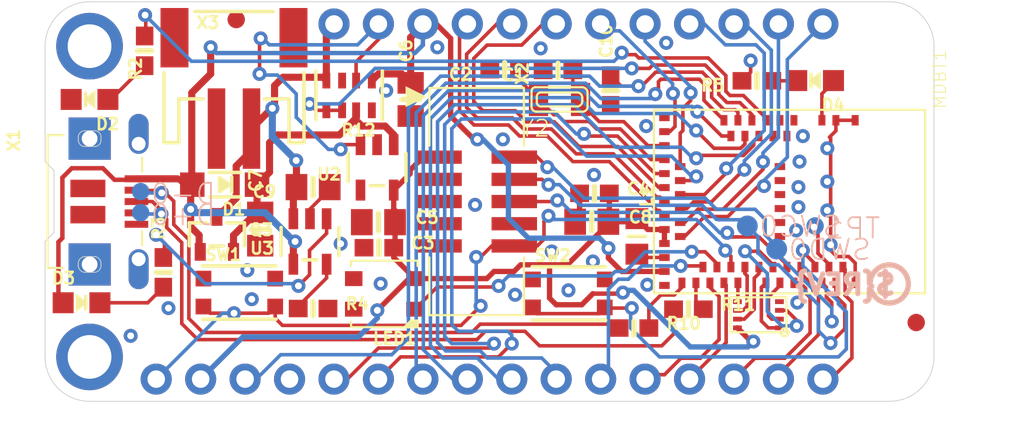
<source format=kicad_pcb>
(kicad_pcb (version 20221018) (generator pcbnew)
  (layers (0 "F.Cu" signal) (1 "In1.Cu" signal) (2 "In2.Cu" signal) (31 "B.Cu" signal) (34 "B.Paste" user) (35 "F.Paste" user) (36 "B.SilkS" user "B.Silkscreen") (37 "F.SilkS" user "F.Silkscreen") (38 "B.Mask" user) (39 "F.Mask" user) (44 "Edge.Cuts" user))
  (net 0 "")
  (net 1 "GND")
  (net 2 "VBUS")
  (net 3 "N$7")
  (net 4 "N$8")
  (net 5 "SWDIO")
  (net 6 "SWCLK")
  (net 7 "SWO")
  (net 8 "AREF")
  (net 9 "3.3V")
  (net 10 "RESET")
  (net 11 "VBAT")
  (net 12 "N$1")
  (net 13 "N$11")
  (net 14 "N$12")
  (net 15 "EN")
  (net 16 "USBD+")
  (net 17 "USBD-")
  (net 18 "VHI")
  (net 19 "TXD")
  (net 20 "RXD")
  (net 21 "SDA")
  (net 22 "SCL")
  (net 23 "N$14")
  (net 24 "LED2")
  (net 25 "A0")
  (net 26 "A1")
  (net 27 "A2")
  (net 28 "A3")
  (net 29 "A4")
  (net 30 "A5")
  (net 31 "VDIV")
  (net 32 "QSPI_SCK")
  (net 33 "QSPI_DATA1")
  (net 34 "QSPI_DATA2")
  (net 35 "SCK")
  (net 36 "MOSI")
  (net 37 "MISO")
  (net 38 "QSPI_DATA3")
  (net 39 "QSPI_CS")
  (net 40 "QSPI_DATA0")
  (net 41 "NEOPIX")
  (net 42 "D+")
  (net 43 "D-")
  (net 44 "DCCH")
  (net 45 "LED1")
  (net 46 "D5")
  (net 47 "D6")
  (net 48 "D9")
  (net 49 "D10")
  (net 50 "D13")
  (net 51 "D11")
  (net 52 "D12")
  (net 53 "SWITCH")
  (net 54 "D2")
  (net 55 "N$5")
  (net 56 "NFC2")
  (footprint "Adafruit nRF52840 Bluefruit Feather Express Rev D:FIDUCIAL_1MM" (layer "F.Cu") (at 172.8851 111.9251)
    (fp_text reference "FID2" hide)
    (fp_text value "FIDUCIAL_1MM" hide)
  )
  (footprint "Adafruit nRF52840 Bluefruit Feather Express Rev D:BTN_KMR2_4.6X2.8" (layer "F.Cu") (at 153.035 110.2614)
    (fp_text reference "SW2")
    (fp_text value "KMR2")
  )
  (footprint "Adafruit nRF52840 Bluefruit Feather Express Rev D:SOT23-5" (layer "F.Cu") (at 138.2395 107.2896 180)
    (fp_text reference "U3")
    (fp_text value "MCP73831T-2ACI/OT")
  )
  (footprint "Adafruit nRF52840 Bluefruit Feather Express Rev D:2X05_1.27MM_BOX_POSTS" (layer "F.Cu") (at 147.7645 105.0036 -90)
    (fp_text reference "X2")
    (fp_text value "2x5 0.05\"")
  )
  (footprint "Adafruit nRF52840 Bluefruit Feather Express Rev D:JSTPH2" (layer "F.Cu") (at 133.8961 97.1296)
    (fp_text reference "X3")
    (fp_text value "JSTPH")
  )
  (footprint "Adafruit nRF52840 Bluefruit Feather Express Rev D:0603-NO" (layer "F.Cu") (at 154.4955 104.5337)
    (fp_text reference "C4")
    (fp_text value "0.1uF")
  )
  (footprint "Adafruit nRF52840 Bluefruit Feather Express Rev D:XTAL3215" (layer "F.Cu") (at 152.5016 99.1616)
    (fp_text reference "Y2")
    (fp_text value "32.768")
  )
  (footprint "Adafruit nRF52840 Bluefruit Feather Express Rev D:0603-NO" (layer "F.Cu") (at 156.7561 112.2426)
    (fp_text reference "R10")
    (fp_text value "22")
  )
  (footprint "Adafruit nRF52840 Bluefruit Feather Express Rev D:0603-NO" (layer "F.Cu") (at 138.4173 111.125)
    (fp_text reference "R4")
    (fp_text value "4.7K")
  )
  (footprint "Adafruit nRF52840 Bluefruit Feather Express Rev D:USON8" (layer "F.Cu") (at 163.8681 111.4806 180)
    (fp_text reference "IC2" hide)
    (fp_text value "GD25Q16" hide)
  )
  (footprint "Adafruit nRF52840 Bluefruit Feather Express Rev D:0805-NO" (layer "F.Cu") (at 138.4173 104.1781 180)
    (fp_text reference "C9")
    (fp_text value "10uF")
  )
  (footprint "Adafruit nRF52840 Bluefruit Feather Express Rev D:0603-NO" (layer "F.Cu") (at 128.7907 96.3803 -90)
    (fp_text reference "R2")
    (fp_text value "1K")
  )
  (footprint "Adafruit nRF52840 Bluefruit Feather Express Rev D:0805-NO" (layer "F.Cu") (at 142.1511 106.1847)
    (fp_text reference "C5")
    (fp_text value "10uF")
  )
  (footprint "Adafruit nRF52840 Bluefruit Feather Express Rev D:NRF52840_TOP" (layer "F.Cu") (at 123.1011 116.4336)
    (fp_text reference "U$14" hide)
    (fp_text value "" hide)
  )
  (footprint "Adafruit nRF52840 Bluefruit Feather Express Rev D:RESPACK_4X0603" (layer "F.Cu") (at 140.4747 98.933 180)
    (fp_text reference "R12")
    (fp_text value "100K")
  )
  (footprint "Adafruit nRF52840 Bluefruit Feather Express Rev D:0603-NO" (layer "F.Cu") (at 142.1765 107.6452)
    (fp_text reference "C3")
    (fp_text value "0.1uF")
  )
  (footprint "Adafruit nRF52840 Bluefruit Feather Express Rev D:0805-NO" (layer "F.Cu") (at 154.3431 106.1593)
    (fp_text reference "C8")
    (fp_text value "10uF")
  )
  (footprint "Adafruit nRF52840 Bluefruit Feather Express Rev D:BTN_KMR2_4.6X2.8" (layer "F.Cu") (at 134.2009 110.2106)
    (fp_text reference "SW1")
    (fp_text value "KMR2")
  )
  (footprint "Adafruit nRF52840 Bluefruit Feather Express Rev D:CHIPLED_0805_NOOUTLINE" (layer "F.Cu") (at 125.6411 99.1616 90)
    (fp_text reference "D2")
    (fp_text value "RED")
  )
  (footprint "Adafruit nRF52840 Bluefruit Feather Express Rev D:CHIPLED_0805_NOOUTLINE" (layer "F.Cu") (at 125.1839 110.7948 -90)
    (fp_text reference "D3")
    (fp_text value "ORANGE")
  )
  (footprint "Adafruit nRF52840 Bluefruit Feather Express Rev D:FIDUCIAL_1MM" (layer "F.Cu") (at 134.0231 94.5896)
    (fp_text reference "FID1" hide)
    (fp_text value "FIDUCIAL_1MM" hide)
  )
  (footprint "Adafruit nRF52840 Bluefruit Feather Express Rev D:0805-NO" (layer "F.Cu") (at 135.3947 106.5784 90)
    (fp_text reference "C7")
    (fp_text value "10uF")
  )
  (footprint "Adafruit nRF52840 Bluefruit Feather Express Rev D:SOD-123" (layer "F.Cu") (at 133.3627 104.0384 180)
    (fp_text reference "D1")
    (fp_text value "MBR120")
  )
  (footprint "Adafruit nRF52840 Bluefruit Feather Express Rev D:SOT23-R" (layer "F.Cu") (at 132.9182 106.8832)
    (fp_text reference "Q3")
    (fp_text value "DMG2305")
  )
  (footprint "Adafruit nRF52840 Bluefruit Feather Express Rev D:4UCONN_20329_V2" (layer "F.Cu") (at 127.5461 105.0036 -90)
    (fp_text reference "X1")
    (fp_text value "4u20329")
    (fp_line (start -4.05 2.15) (end -4.05 1.6) (stroke (width 0.05)) (layer "Edge.Cuts"))
    (fp_line (start -3.7 1.25) (end -3.5 1.25) (stroke (width 0.05)) (layer "Edge.Cuts"))
    (fp_line (start -3.5 2.55) (end -3.7 2.55) (stroke (width 0.05)) (layer "Edge.Cuts"))
    (fp_line (start -3.15 1.6) (end -3.15 2.15) (stroke (width 0.05)) (layer "Edge.Cuts"))
    (fp_line (start 3.15 2.2) (end 3.15 1.6) (stroke (width 0.05)) (layer "Edge.Cuts"))
    (fp_line (start 4.05 1.6) (end 4.05 2.2) (stroke (width 0.05)) (layer "Edge.Cuts"))
    (fp_arc (start -4.05 1.6) (mid -3.947487 1.352513) (end -3.7 1.25) (stroke (width 0.05)) (layer "Edge.Cuts"))
    (fp_arc (start -3.7 2.55) (mid -3.957843 2.422487) (end -4.05 2.15) (stroke (width 0.05)) (layer "Edge.Cuts"))
    (fp_arc (start -3.5 1.25) (mid -3.252513 1.352513) (end -3.15 1.6) (stroke (width 0.05)) (layer "Edge.Cuts"))
    (fp_arc (start -3.15 2.15) (mid -3.242157 2.422487) (end -3.5 2.55) (stroke (width 0.05)) (layer "Edge.Cuts"))
    (fp_arc (start 3.15 1.6) (mid 3.302513 1.331802) (end 3.6 1.25) (stroke (width 0.05)) (layer "Edge.Cuts"))
    (fp_arc (start 3.6 1.25) (mid 3.897487 1.331802) (end 4.05 1.6) (stroke (width 0.05)) (layer "Edge.Cuts"))
    (fp_arc (start 3.6 2.55) (mid 3.302513 2.468198) (end 3.15 2.2) (stroke (width 0.05)) (layer "Edge.Cuts"))
    (fp_arc (start 4.05 2.2) (mid 3.897487 2.468198) (end 3.6 2.55) (stroke (width 0.05)) (layer "Edge.Cuts"))
  )
  (footprint "Adafruit nRF52840 Bluefruit Feather Express Rev D:_0805MP" (layer "F.Cu") (at 156.9212 106.9975 -90)
    (fp_text reference "L1")
    (fp_text value "DNP")
  )
  (footprint "Adafruit nRF52840 Bluefruit Feather Express Rev D:0603-NO" (layer "F.Cu") (at 155.4226 98.6536 90)
    (fp_text reference "C10")
    (fp_text value "0.1uF")
  )
  (footprint "Adafruit nRF52840 Bluefruit Feather Express Rev D:0603-NO" (layer "F.Cu") (at 129.8575 109.0549 90)
    (fp_text reference "R3")
    (fp_text value "1K")
  )
  (footprint "Adafruit nRF52840 Bluefruit Feather Express Rev D:0603-NO" (layer "F.Cu") (at 149.3647 97.4598 180)
    (fp_text reference "C2")
    (fp_text value "22pF")
  )
  (footprint "Adafruit nRF52840 Bluefruit Feather Express Rev D:0603-NO" (layer "F.Cu") (at 152.4127 97.4979 180)
    (fp_text reference "C1")
    (fp_text value "22pF")
  )
  (footprint "Adafruit nRF52840 Bluefruit Feather Express Rev D:SOT23-5" (layer "F.Cu") (at 142.0749 103.0478 180)
    (fp_text reference "U2")
    (fp_text value "AP2112(3.3V)")
  )
  (footprint "Adafruit nRF52840 Bluefruit Feather Express Rev D:CHIPLED_0805_NOOUTLINE" (layer "F.Cu") (at 167.1066 98.0821 90)
    (fp_text reference "D4")
    (fp_text value "BLUE")
  )
  (footprint "Adafruit nRF52840 Bluefruit Feather Express Rev D:0805-NO" (layer "F.Cu") (at 143.9926 99.1616 90)
    (fp_text reference "C6")
    (fp_text value "10uF")
  )
  (footprint "Adafruit nRF52840 Bluefruit Feather Express Rev D:0603-NO" (layer "F.Cu") (at 163.7792 98.0948 180)
    (fp_text reference "R5")
    (fp_text value "1K")
  )
  (footprint "Adafruit nRF52840 Bluefruit Feather Express Rev D:FEATHERWING_NODIM" (layer "F.Cu") (at 123.1011 116.4336)
    (fp_text reference "MS1" hide)
    (fp_text value "FEATHERWING_NODIM" hide)
  )
  (footprint "Adafruit nRF52840 Bluefruit Feather Express Rev D:LED3535" (layer "F.Cu") (at 142.4879 110.2884 180)
    (fp_text reference "LED1")
    (fp_text value "WS2812B3535")
  )
  (footprint "Adafruit nRF52840 Bluefruit Feather Express Rev D:MDBT50" (layer "F.Cu") (at 165.6461 105.0036 -90)
    (fp_text reference "MDBT1")
    (fp_text value "MDBT50")
  )
  (footprint "Adafruit nRF52840 Bluefruit Feather Express Rev D:0603-NO" (layer "F.Cu") (at 159.8676 111.1631)
    (fp_text reference "R11")
    (fp_text value "22")
  )
  (footprint "Adafruit nRF52840 Bluefruit Feather Express Rev D:NRF52840_BOT" (layer "B.Cu") (at 173.9011 116.4336 180)
    (fp_text reference "U$12" hide)
    (fp_text value "" hide)
  )
  (footprint "Adafruit nRF52840 Bluefruit Feather Express Rev D:TP10R" (layer "B.Cu") (at 128.5621 105.6386 180)
    (fp_text reference "D+0")
    (fp_text value "TPTP10R")
  )
  (footprint "Adafruit nRF52840 Bluefruit Feather Express Rev D:TP10R" (layer "B.Cu") (at 167.1066 106.4006 180)
    (fp_text reference "TP1")
    (fp_text value "TPTP10R")
  )
  (footprint "Adafruit nRF52840 Bluefruit Feather Express Rev D:TP12R" (layer "B.Cu") (at 163.2331 106.4006 180)
    (fp_text reference "SWC0")
    (fp_text value "TPTP12R")
  )
  (footprint "Adafruit nRF52840 Bluefruit Feather Express Rev D:TP12R" (layer "B.Cu") (at 164.9095 107.7214 180)
    (fp_text reference "SWD0")
    (fp_text value "TPTP12R")
  )
  (footprint "Adafruit nRF52840 Bluefruit Feather Express Rev D:PCBFEAT-REV-056" (layer "B.Cu") (at 171.3428 109.7173 180)
    (fp_text reference "U$10" hide)
    (fp_text value "" hide)
  )
  (footprint "Adafruit nRF52840 Bluefruit Feather Express Rev D:TP10R" (layer "B.Cu") (at 128.5621 104.4321 180)
    (fp_text reference "D-0")
    (fp_text value "TPTP10R")
  )
  (gr_line (start 123.1011 107.2896) (end 123.6091 106.7816) (stroke (width 0.05)) (layer "Edge.Cuts"))
  (gr_line (start 125.6411 93.5736) (end 171.3611 93.5736) (stroke (width 0.05)) (layer "Edge.Cuts"))
  (gr_arc (start 123.1011 96.1136) (mid 123.845049 94.317549) (end 125.6411 93.5736) (stroke (width 0.05)) (layer "Edge.Cuts"))
  (gr_line (start 173.9011 96.1136) (end 173.9011 113.8936) (stroke (width 0.05)) (layer "Edge.Cuts"))
  (gr_line (start 123.6091 106.7816) (end 123.6091 103.2256) (stroke (width 0.05)) (layer "Edge.Cuts"))
  (gr_arc (start 173.9011 113.8936) (mid 173.157151 115.689651) (end 171.3611 116.4336) (stroke (width 0.05)) (layer "Edge.Cuts"))
  (gr_arc (start 125.6411 116.4336) (mid 123.845049 115.689651) (end 123.1011 113.8936) (stroke (width 0.05)) (layer "Edge.Cuts"))
  (gr_arc (start 171.3611 93.5736) (mid 173.157151 94.317549) (end 173.9011 96.1136) (stroke (width 0.05)) (layer "Edge.Cuts"))
  (gr_line (start 123.1011 113.8936) (end 123.1011 107.2896) (stroke (width 0.05)) (layer "Edge.Cuts"))
  (gr_line (start 123.1011 102.7176) (end 123.1011 96.1136) (stroke (width 0.05)) (layer "Edge.Cuts"))
  (gr_line (start 123.6091 103.2256) (end 123.1011 102.7176) (stroke (width 0.05)) (layer "Edge.Cuts"))
  (gr_line (start 171.3611 116.4336) (end 125.6411 116.4336) (stroke (width 0.05)) (layer "Edge.Cuts"))
  (segment (start 167.9956 101.3841) (end 167.9321 101.3206) (width 0.2032) (layer "F.Cu") (net 1))
  (segment (start 138.2395 105.9895) (end 138.2395 105.4329) (width 0.2032) (layer "F.Cu") (net 1))
  (segment (start 169.3961 100.3536) (end 168.2961 100.3536) (width 0.2032) (layer "F.Cu") (net 1))
  (segment (start 168.3468 108.1488) (end 167.9956 107.7976) (width 0.2032) (layer "F.Cu") (net 1))
  (segment (start 168.2961 100.3536) (end 168.2961 100.9566) (width 0.2032) (layer "F.Cu") (net 1))
  (segment (start 139.3673 104.3051) (end 138.2395 105.4329) (width 0.2032) (layer "F.Cu") (net 1))
  (segment (start 153.3931 106.1593) (end 153.6455 105.9069) (width 0.3048) (layer "F.Cu") (net 1))
  (segment (start 153.6455 105.9069) (end 153.6455 104.5337) (width 0.3048) (layer "F.Cu") (net 1))
  (segment (start 163.4236 97.6004) (end 162.9292 98.0948) (width 0.2032) (layer "F.Cu") (net 1))
  (segment (start 169.3961 109.6536) (end 169.3961 108.52255) (width 0.2032) (layer "F.Cu") (net 1))
  (segment (start 169.3961 108.52255) (end 169.02235 108.1488) (width 0.2032) (layer "F.Cu") (net 1))
  (segment (start 139.3673 104.1781) (end 139.3673 104.3051) (width 0.2032) (layer "F.Cu") (net 1))
  (segment (start 167.9956 107.7976) (end 167.9956 101.3841) (width 0.2032) (layer "F.Cu") (net 1))
  (segment (start 167.9321 101.3206) (end 168.2961 100.9566) (width 0.2032) (layer "F.Cu") (net 1))
  (segment (start 169.02235 108.1488) (end 168.3468 108.1488) (width 0.2032) (layer "F.Cu") (net 1))
  (segment (start 163.4236 96.9391) (end 163.4236 97.6004) (width 0.2032) (layer "F.Cu") (net 1))
  (via (at 130.1496 111.0996) (size 0.8001) (drill 0.3937) (layers "F.Cu" "B.Cu") (net 1))
  (via (at 134.6581 108.9406) (size 0.8001) (drill 0.3937) (layers "F.Cu" "B.Cu") (net 1))
  (via (at 147.6756 105.1941) (size 0.8001) (drill 0.3937) (layers "F.Cu" "B.Cu") (net 1))
  (via (at 139.9921 107.4166) (size 0.8001) (drill 0.3937) (layers "F.Cu" "B.Cu") (net 1))
  (via (at 153.0096 110.0836) (size 0.8001) (drill 0.3937) (layers "F.Cu" "B.Cu") (net 1))
  (via (at 142.5956 98.6536) (size 0.8001) (drill 0.3937) (layers "F.Cu" "B.Cu") (net 1))
  (via (at 158.5976 95.9231) (size 0.8001) (drill 0.3937) (layers "F.Cu" "B.Cu") (net 1))
  (via (at 167.8051 101.9556) (size 0.8001) (drill 0.3937) (layers "F.Cu" "B.Cu") (net 1))
  (via (at 166.0906 110.7821) (size 0.8001) (drill 0.3937) (layers "F.Cu" "B.Cu") (net 1))
  (via (at 167.8051 105.5116) (size 0.8001) (drill 0.3937) (layers "F.Cu" "B.Cu") (net 1))
  (via (at 166.2176 102.7176) (size 0.8001) (drill 0.3937) (layers "F.Cu" "B.Cu") (net 1))
  (via (at 166.1541 104.1781) (size 0.8001) (drill 0.3937) (layers "F.Cu" "B.Cu") (net 1))
  (via (at 166.1541 105.3211) (size 0.8001) (drill 0.3937) (layers "F.Cu" "B.Cu") (net 1))
  (via (at 167.8051 103.8606) (size 0.8001) (drill 0.3937) (layers "F.Cu" "B.Cu") (net 1))
  (via (at 145.5166 96.1771) (size 0.8001) (drill 0.3937) (layers "F.Cu" "B.Cu") (net 1))
  (via (at 152.0571 107.8611) (size 0.8001) (drill 0.3937) (layers "F.Cu" "B.Cu") (net 1))
  (via (at 149.9616 110.3376) (size 0.8001) (drill 0.3937) (layers "F.Cu" "B.Cu") (net 1))
  (via (at 127.9906 112.6871) (size 0.8001) (drill 0.3937) (layers "F.Cu" "B.Cu") (net 1))
  (via (at 154.4066 108.4326) (size 0.8001) (drill 0.3937) (layers "F.Cu" "B.Cu") (net 1))
  (via (at 134.9121 110.5916) (size 0.8001) (drill 0.3937) (layers "F.Cu" "B.Cu") (net 1))
  (via (at 166.4081 101.2571) (size 0.8001) (drill 0.3937) (layers "F.Cu" "B.Cu") (net 1))
  (via (at 167.9956 107.4801) (size 0.8001) (drill 0.3937) (layers "F.Cu" "B.Cu") (net 1))
  (via (at 163.4236 96.9391) (size 0.8001) (drill 0.3937) (layers "F.Cu" "B.Cu") (net 1))
  (via (at 154.4701 103.4796) (size 0.8001) (drill 0.3937) (layers "F.Cu" "B.Cu") (net 1))
  (via (at 157.4546 100.6856) (size 0.8001) (drill 0.3937) (layers "F.Cu" "B.Cu") (net 1))
  (via (at 149.2631 101.4476) (size 0.8001) (drill 0.3937) (layers "F.Cu" "B.Cu") (net 1))
  (via (at 166.0271 106.6546) (size 0.8001) (drill 0.3937) (layers "F.Cu" "B.Cu") (net 1))
  (via (at 142.2781 109.7026) (size 0.8001) (drill 0.3937) (layers "F.Cu" "B.Cu") (net 1))
  (via (at 157.5181 109.7661) (size 0.8001) (drill 0.3937) (layers "F.Cu" "B.Cu") (net 1))
  (via (at 151.4221 96.2406) (size 0.8001) (drill 0.3937) (layers "F.Cu" "B.Cu") (net 1))
  (segment (start 131.0047 104.0384) (end 131.5127 104.0384) (width 0.254) (layer "F.Cu") (net 2))
  (segment (start 132.5626 97.7011) (end 131.4831 98.7806) (width 0.4064) (layer "F.Cu") (net 2))
  (segment (start 147.6121 101.4476) (end 146.2786 100.1141) (width 0.3048) (layer "F.Cu") (net 2))
  (segment (start 131.4831 104.0088) (end 131.4831 98.7806) (width 0.4064) (layer "F.Cu") (net 2))
  (segment (start 158.4961 109.0036) (end 156.0571 109.0036) (width 0.3048) (layer "F.Cu") (net 2))
  (segment (start 131.9047 106.9307) (end 131.9047 107.8197) (width 0.4064) (layer "F.Cu") (net 2))
  (segment (start 143.4846 97.7036) (end 142.1541 97.7036) (width 0.4064) (layer "F.Cu") (net 2))
  (segment (start 131.5127 104.0384) (end 131.4831 104.0088) (width 0.4064) (layer "F.Cu") (net 2))
  (segment (start 144.6911 94.8436) (end 144.6911 94.9096) (width 0.254) (layer "F.Cu") (net 2))
  (segment (start 137.3886 107.2896) (end 137.2895 107.2896) (width 0.4064) (layer "F.Cu") (net 2))
  (segment (start 131.9682 107.8832) (end 131.9047 107.8197) (width 0.4064) (layer "F.Cu") (net 2))
  (segment (start 137.2895 108.5897) (end 137.2895 107.2896) (width 0.4064) (layer "F.Cu") (net 2))
  (segment (start 155.2956 107.6706) (end 155.2956 108.2421) (width 0.3048) (layer "F.Cu") (net 2))
  (segment (start 126.4031 103.0986) (end 127.0637 103.7592) (width 0.254) (layer "F.Cu") (net 2))
  (segment (start 127.893975 103.7036) (end 128.3211 103.7036) (width 0.254) (layer "F.Cu") (net 2))
  (segment (start 144.6911 94.8436) (end 145.4531 94.8436) (width 0.3048) (layer "F.Cu") (net 2))
  (segment (start 131.0047 104.0384) (end 130.6699 103.7036) (width 0.254) (layer "F.Cu") (net 2))
  (segment (start 123.8631 110.524) (end 123.8631 107.320419) (width 0.254) (layer "F.Cu") (net 2))
  (segment (start 124.6251 103.0986) (end 126.4031 103.0986) (width 0.254) (layer "F.Cu") (net 2))
  (segment (start 156.0571 109.0036) (end 155.2956 108.2421) (width 0.3048) (layer "F.Cu") (net 2))
  (segment (start 124.0889 107.094619) (end 123.8631 107.320419) (width 0.254) (layer "F.Cu") (net 2))
  (segment (start 124.0889 103.6348) (end 124.6251 103.0986) (width 0.254) (layer "F.Cu") (net 2))
  (segment (start 124.1339 110.7948) (end 123.8631 110.524) (width 0.254) (layer "F.Cu") (net 2))
  (segment (start 127.0637 103.7592) (end 127.838375 103.7592) (width 0.254) (layer "F.Cu") (net 2))
  (segment (start 143.9926 95.6081) (end 143.9926 98.2116) (width 0.4064) (layer "F.Cu") (net 2))
  (segment (start 146.2786 95.6691) (end 145.4531 94.8436) (width 0.3048) (layer "F.Cu") (net 2))
  (segment (start 127.838375 103.7592) (end 127.893975 103.7036) (width 0.254) (layer "F.Cu") (net 2))
  (segment (start 132.5626 96.1771) (end 132.5626 97.7011) (width 0.4064) (layer "F.Cu") (net 2))
  (segment (start 130.6699 103.7036) (end 128.3211 103.7036) (width 0.4064) (layer "F.Cu") (net 2))
  (segment (start 131.9047 106.9307) (end 131.4196 106.4456) (width 0.4064) (layer "F.Cu") (net 2))
  (segment (start 147.8026 101.4476) (end 147.6121 101.4476) (width 0.3048) (layer "F.Cu") (net 2))
  (segment (start 146.2786 95.6691) (end 146.2786 100.1141) (width 0.3048) (layer "F.Cu") (net 2))
  (segment (start 144.6911 94.9096) (end 143.9926 95.6081) (width 0.4064) (layer "F.Cu") (net 2))
  (segment (start 131.4196 105.4481) (end 131.4196 106.4456) (width 0.4064) (layer "F.Cu") (net 2))
  (segment (start 141.7747 98.083) (end 142.1541 97.7036) (width 0.4064) (layer "F.Cu") (net 2))
  (segment (start 143.9926 98.2116) (end 143.4846 97.7036) (width 0.4064) (layer "F.Cu") (net 2))
  (segment (start 131.4831 104.0088) (end 131.4196 103.9453) (width 0.4064) (layer "F.Cu") (net 2))
  (segment (start 131.4196 103.9453) (end 131.4196 105.4481) (width 0.4064) (layer "F.Cu") (net 2))
  (segment (start 124.0889 103.6348) (end 124.0889 107.094619) (width 0.254) (layer "F.Cu") (net 2))
  (via (at 131.4196 105.4481) (size 0.8001) (drill 0.3937) (layers "F.Cu" "B.Cu") (net 2))
  (via (at 147.8026 101.4476) (size 0.8001) (drill 0.3937) (layers "F.Cu" "B.Cu") (net 2))
  (via (at 132.5626 96.1771) (size 0.8001) (drill 0.3937) (layers "F.Cu" "B.Cu") (net 2))
  (via (at 137.3886 107.2896) (size 0.8001) (drill 0.3937) (layers "F.Cu" "B.Cu") (net 2))
  (via (at 155.2956 107.6706) (size 0.8001) (drill 0.3937) (layers "F.Cu" "B.Cu") (net 2))
  (segment (start 154.7876 107.0991) (end 150.7236 107.0991) (width 0.3048) (layer "B.Cu") (net 2))
  (segment (start 135.6741 105.6386) (end 131.6101 105.6386) (width 0.4064) (layer "B.Cu") (net 2))
  (segment (start 149.5806 102.9081) (end 148.1201 101.4476) (width 0.3048) (layer "B.Cu") (net 2))
  (segment (start 137.3886 107.3531) (end 135.6741 105.6386) (width 0.4064) (layer "B.Cu") (net 2))
  (segment (start 144.2339 96.5073) (end 132.8928 96.5073) (width 0.254) (layer "B.Cu") (net 2))
  (segment (start 150.7236 107.0991) (end 149.5806 105.9561) (width 0.3048) (layer "B.Cu") (net 2))
  (segment (start 149.5806 102.9081) (end 149.5806 105.9561) (width 0.3048) (layer "B.Cu") (net 2))
  (segment (start 144.6911 96.0501) (end 144.2339 96.5073) (width 0.254) (layer "B.Cu") (net 2))
  (segment (start 148.1201 101.4476) (end 147.8026 101.4476) (width 0.3048) (layer "B.Cu") (net 2))
  (segment (start 137.3886 107.2896) (end 137.3886 107.3531) (width 0.4064) (layer "B.Cu") (net 2))
  (segment (start 131.6101 105.6386) (end 131.4196 105.4481) (width 0.4064) (layer "B.Cu") (net 2))
  (segment (start 155.2956 107.6071) (end 154.7876 107.0991) (width 0.3048) (layer "B.Cu") (net 2))
  (segment (start 132.8928 96.5073) (end 132.5626 96.1771) (width 0.254) (layer "B.Cu") (net 2))
  (segment (start 144.6911 94.8436) (end 144.6911 96.0501) (width 0.254) (layer "B.Cu") (net 2))
  (segment (start 155.2956 107.6706) (end 155.2956 107.6071) (width 0.3048) (layer "B.Cu") (net 2))
  (segment (start 153.57785 99.03785) (end 153.7016 99.1616) (width 0.2032) (layer "F.Cu") (net 3))
  (segment (start 156.1716 100.4316) (end 154.77165 100.4316) (width 0.2032) (layer "F.Cu") (net 3))
  (segment (start 153.57785 99.2378) (end 153.57785 99.03785) (width 0.2032) (layer "F.Cu") (net 3))
  (segment (start 157.5436 101.8036) (end 156.1716 100.4316) (width 0.2032) (layer "F.Cu") (net 3))
  (segment (start 158.4961 101.8036) (end 157.5436 101.8036) (width 0.2032) (layer "F.Cu") (net 3))
  (segment (start 153.2627 97.4979) (end 153.2627 98.7227) (width 0.2032) (layer "F.Cu") (net 3))
  (segment (start 153.2627 98.7227) (end 153.57785 99.03785) (width 0.2032) (layer "F.Cu") (net 3))
  (segment (start 154.77165 100.4316) (end 153.57785 99.2378) (width 0.2032) (layer "F.Cu") (net 3))
  (segment (start 150.2147 97.4598) (end 150.2147 98.0747) (width 0.2032) (layer "F.Cu") (net 4))
  (segment (start 157.7281 102.6036) (end 155.9752 100.8507) (width 0.2032) (layer "F.Cu") (net 4))
  (segment (start 154.190562 100.42525) (end 154.616012 100.8507) (width 0.2032) (layer "F.Cu") (net 4))
  (segment (start 155.9752 100.8507) (end 154.616012 100.8507) (width 0.2032) (layer "F.Cu") (net 4))
  (segment (start 152.758962 100.42525) (end 154.190562 100.42525) (width 0.2032) (layer "F.Cu") (net 4))
  (segment (start 150.2147 98.0747) (end 151.3016 99.1616) (width 0.2032) (layer "F.Cu") (net 4))
  (segment (start 157.7281 102.6036) (end 158.4961 102.6036) (width 0.2032) (layer "F.Cu") (net 4))
  (segment (start 151.3016 99.1616) (end 152.1779 100.0379) (width 0.2032) (layer "F.Cu") (net 4))
  (segment (start 152.1779 100.0379) (end 152.371612 100.0379) (width 0.2032) (layer "F.Cu") (net 4))
  (segment (start 152.371612 100.0379) (end 152.758962 100.42525) (width 0.2032) (layer "F.Cu") (net 4))
  (segment (start 168.0591 110.7821) (end 168.0591 111.8616) (width 0.2032) (layer "F.Cu") (net 5))
  (segment (start 168.0591 110.7821) (end 167.7501 110.4731) (width 0.2032) (layer "F.Cu") (net 5))
  (segment (start 149.7875 102.3366) (end 149.9145 102.4636) (width 0.2032) (layer "F.Cu") (net 5))
  (segment (start 167.4961 109.6536) (end 167.7501 109.9076) (width 0.2032) (layer "F.Cu") (net 5))
  (segment (start 151.8031 103.0351) (end 151.1046 102.3366) (width 0.2032) (layer "F.Cu") (net 5))
  (segment (start 151.1046 102.3366) (end 149.7875 102.3366) (width 0.2032) (layer "F.Cu") (net 5))
  (segment (start 167.7501 109.9076) (end 167.7501 110.4731) (width 0.2032) (layer "F.Cu") (net 5))
  (via (at 151.8031 103.0351) (size 0.8001) (drill 0.3937) (layers "F.Cu" "B.Cu") (net 5))
  (via (at 168.0591 111.8616) (size 0.8001) (drill 0.3937) (layers "F.Cu" "B.Cu") (net 5))
  (segment (start 164.9095 107.56895) (end 164.2491 106.90855) (width 0.2032) (layer "B.Cu") (net 5))
  (segment (start 168.0591 111.096363) (end 164.9095 107.946763) (width 0.2032) (layer "B.Cu") (net 5))
  (segment (start 164.9095 107.56895) (end 164.9095 107.7214) (width 0.2032) (layer "B.Cu") (net 5))
  (segment (start 168.0591 111.8616) (end 168.0591 111.096363) (width 0.2032) (layer "B.Cu") (net 5))
  (segment (start 153.896831 104.811332) (end 160.828068 104.811332) (width 0.2032) (layer "B.Cu") (net 5))
  (segment (start 152.1206 103.0351) (end 153.896831 104.811332) (width 0.2032) (layer "B.Cu") (net 5))
  (segment (start 164.2491 106.0196) (end 163.6776 105.4481) (width 0.2032) (layer "B.Cu") (net 5))
  (segment (start 164.2491 106.0196) (end 164.2491 106.90855) (width 0.2032) (layer "B.Cu") (net 5))
  (segment (start 164.9095 107.7214) (end 164.9095 107.946763) (width 0.2032) (layer "B.Cu") (net 5))
  (segment (start 151.8031 103.0351) (end 152.1206 103.0351) (width 0.2032) (layer "B.Cu") (net 5))
  (segment (start 161.464837 105.4481) (end 163.6776 105.4481) (width 0.2032) (layer "B.Cu") (net 5))
  (segment (start 160.828068 104.811332) (end 161.464837 105.4481) (width 0.2032) (layer "B.Cu") (net 5))
  (segment (start 168.2961 109.6536) (end 168.2961 110.4156) (width 0.2032) (layer "F.Cu") (net 6))
  (segment (start 168.8041 112.281482) (end 167.98955 113.096032) (width 0.2032) (layer "F.Cu") (net 6))
  (segment (start 168.8041 110.9236) (end 168.2961 110.4156) (width 0.2032) (layer "F.Cu") (net 6))
  (segment (start 149.9145 103.7336) (end 151.4983 103.7336) (width 0.2032) (layer "F.Cu") (net 6))
  (segment (start 151.8031 104.0384) (end 151.8666 104.0384) (width 0.2032) (layer "F.Cu") (net 6))
  (segment (start 151.4983 103.7336) (end 151.8031 104.0384) (width 0.2032) (layer "F.Cu") (net 6))
  (segment (start 168.8041 110.9236) (end 168.8041 112.281482) (width 0.2032) (layer "F.Cu") (net 6))
  (via (at 167.98955 113.096032) (size 0.8001) (drill 0.3937) (layers "F.Cu" "B.Cu") (net 6))
  (via (at 151.8666 104.0384) (size 0.8001) (drill 0.3937) (layers "F.Cu" "B.Cu") (net 6))
  (segment (start 163.8427 107.0102) (end 163.2331 106.4006) (width 0.2032) (layer "B.Cu") (net 6))
  (segment (start 161.6075 106.045) (end 161.5821 106.0196) (width 0.2032) (layer "B.Cu") (net 6))
  (segment (start 152.5016 104.0384) (end 153.680931 105.217732) (width 0.2032) (layer "B.Cu") (net 6))
  (segment (start 161.4616 106.0196) (end 161.5821 106.0196) (width 0.2032) (layer "B.Cu") (net 6))
  (segment (start 163.8427 107.965888) (end 163.874406 107.965888) (width 0.2032) (layer "B.Cu") (net 6))
  (segment (start 151.8666 104.0384) (end 152.5016 104.0384) (width 0.2032) (layer "B.Cu") (net 6))
  (segment (start 167.29105 110.90305) (end 167.29105 112.397532) (width 0.2032) (layer "B.Cu") (net 6))
  (segment (start 167.29105 112.397532) (end 167.98955 113.096032) (width 0.2032) (layer "B.Cu") (net 6))
  (segment (start 160.659731 105.217732) (end 161.4616 106.0196) (width 0.2032) (layer "B.Cu") (net 6))
  (segment (start 162.8775 106.045) (end 161.6075 106.045) (width 0.2032) (layer "B.Cu") (net 6))
  (segment (start 164.534718 108.6262) (end 165.0142 108.6262) (width 0.2032) (layer "B.Cu") (net 6))
  (segment (start 163.2331 106.4006) (end 162.8775 106.045) (width 0.2032) (layer "B.Cu") (net 6))
  (segment (start 163.8427 107.0102) (end 163.8427 107.965888) (width 0.2032) (layer "B.Cu") (net 6))
  (segment (start 163.874406 107.965888) (end 164.534718 108.6262) (width 0.2032) (layer "B.Cu") (net 6))
  (segment (start 165.0142 108.6262) (end 167.29105 110.90305) (width 0.2032) (layer "B.Cu") (net 6))
  (segment (start 153.680931 105.217732) (end 160.659731 105.217732) (width 0.2032) (layer "B.Cu") (net 6))
  (segment (start 149.9145 105.0036) (end 152.2476 105.0036) (width 0.2032) (layer "F.Cu") (net 7))
  (segment (start 162.080512 106.791188) (end 162.099687 106.791188) (width 0.2032) (layer "F.Cu") (net 7))
  (segment (start 152.2476 105.0036) (end 152.3746 104.8766) (width 0.2032) (layer "F.Cu") (net 7))
  (segment (start 163.9028 107.02925) (end 162.33775 107.02925) (width 0.2032) (layer "F.Cu") (net 7))
  (segment (start 165.4961 108.7536) (end 165.4961 108.62255) (width 0.2032) (layer "F.Cu") (net 7))
  (segment (start 165.4961 108.62255) (end 163.9028 107.02925) (width 0.2032) (layer "F.Cu") (net 7))
  (segment (start 152.3746 104.8766) (end 152.3746 104.9401) (width 0.2032) (layer "F.Cu") (net 7))
  (segment (start 162.33775 107.02925) (end 162.099687 106.791188) (width 0.2032) (layer "F.Cu") (net 7))
  (via (at 152.3746 104.9401) (size 0.8001) (drill 0.3937) (layers "F.Cu" "B.Cu") (net 7))
  (via (at 162.080512 106.791188) (size 0.8001) (drill 0.3937) (layers "F.Cu" "B.Cu") (net 7))
  (segment (start 152.3746 104.9401) (end 152.5016 104.9401) (width 0.2032) (layer "B.Cu") (net 7))
  (segment (start 160.491393 105.624132) (end 161.65845 106.791188) (width 0.2032) (layer "B.Cu") (net 7))
  (segment (start 152.5016 104.9401) (end 153.185631 105.624132) (width 0.2032) (layer "B.Cu") (net 7))
  (segment (start 162.080512 106.791188) (end 161.65845 106.791188) (width 0.2032) (layer "B.Cu") (net 7))
  (segment (start 153.185631 105.624132) (end 160.491393 105.624132) (width 0.2032) (layer "B.Cu") (net 7))
  (segment (start 160.658937 97.6002) (end 157.995968 97.6002) (width 0.2032) (layer "F.Cu") (net 8))
  (segment (start 157.196568 98.3996) (end 157.0101 98.3996) (width 0.2032) (layer "F.Cu") (net 8))
  (segment (start 161.1944 99.0436) (end 161.8996 99.7488) (width 0.2032) (layer "F.Cu") (net 8))
  (segment (start 156.0186 98.3996) (end 157.0101 98.3996) (width 0.2032) (layer "F.Cu") (net 8))
  (segment (start 156.0186 98.3996) (end 155.4226 97.8036) (width 0.2032) (layer "F.Cu") (net 8))
  (segment (start 157.995968 97.6002) (end 157.196568 98.3996) (width 0.2032) (layer "F.Cu") (net 8))
  (segment (start 160.658937 97.6002) (end 161.1944 98.135663) (width 0.2032) (layer "F.Cu") (net 8))
  (segment (start 161.8996 99.7488) (end 162.5503 99.7488) (width 0.2032) (layer "F.Cu") (net 8))
  (segment (start 161.1944 98.135663) (end 161.1944 99.0436) (width 0.2032) (layer "F.Cu") (net 8))
  (segment (start 162.6961 99.8946) (end 162.5503 99.7488) (width 0.2032) (layer "F.Cu") (net 8))
  (segment (start 162.6961 99.8946) (end 162.6961 100.3536) (width 0.2032) (layer "F.Cu") (net 8))
  (via (at 157.0101 98.3996) (size 0.8001) (drill 0.3937) (layers "F.Cu" "B.Cu") (net 8))
  (segment (start 143.8656 99.6696) (end 143.8656 112.8141) (width 0.2032) (layer "B.Cu") (net 8))
  (segment (start 145.7071 97.8281) (end 143.8656 99.6696) (width 0.2032) (layer "B.Cu") (net 8))
  (segment (start 135.1661 115.1636) (end 134.5311 115.1636) (width 0.2032) (layer "B.Cu") (net 8))
  (segment (start 154.2161 97.8281) (end 145.7071 97.8281) (width 0.2032) (layer "B.Cu") (net 8))
  (segment (start 157.0101 98.3996) (end 154.7876 98.3996) (width 0.2032) (layer "B.Cu") (net 8))
  (segment (start 142.9131 113.7666) (end 136.5631 113.7666) (width 0.2032) (layer "B.Cu") (net 8))
  (segment (start 154.7876 98.3996) (end 154.2161 97.8281) (width 0.2032) (layer "B.Cu") (net 8))
  (segment (start 136.5631 113.7666) (end 135.1661 115.1636) (width 0.2032) (layer "B.Cu") (net 8))
  (segment (start 143.8656 112.8141) (end 142.9131 113.7666) (width 0.2032) (layer "B.Cu") (net 8))
  (segment (start 144.701606 102.4636) (end 145.6145 102.4636) (width 0.3048) (layer "F.Cu") (net 9))
  (segment (start 156.058193 110.273507) (end 156.1211 110.2106) (width 0.254) (layer "F.Cu") (net 9))
  (segment (start 149.8981 109.0041) (end 148.7551 109.0041) (width 0.3048) (layer "F.Cu") (net 9))
  (segment (start 152.9461 108.6231) (end 151.9301 108.6231) (width 0.3048) (layer "F.Cu") (net 9))
  (segment (start 151.9301 110.5281) (end 151.9301 108.6231) (width 0.3048) (layer "F.Cu") (net 9))
  (segment (start 150.2791 108.6231) (end 149.8981 109.0041) (width 0.3048) (layer "F.Cu") (net 9))
  (segment (start 144.2379 109.4134) (end 144.06935 109.24485) (width 0.4064) (layer "F.Cu") (net 9))
  (segment (start 155.2931 106.1593) (end 155.2931 106.2761) (width 0.3048) (layer "F.Cu") (net 9))
  (segment (start 156.7434 106.1593) (end 156.9212 105.9815) (width 0.3048) (layer "F.Cu") (net 9))
  (segment (start 143.43765 105.84815) (end 143.0249 105.4354) (width 0.3048) (layer "F.Cu") (net 9))
  (segment (start 143.9589 103.206307) (end 144.701606 102.4636) (width 0.3048) (layer "F.Cu") (net 9))
  (segment (start 143.0249 104.3479) (end 143.0249 105.4354) (width 0.3048) (layer "F.Cu") (net 9))
  (segment (start 144.06935 109.24485) (end 142.0876 111.2266) (width 0.3048) (layer "F.Cu") (net 9))
  (segment (start 143.0265 108.202) (end 143.0265 107.6452) (width 0.3048) (layer "F.Cu") (net 9))
  (segment (start 143.0249 104.3479) (end 143.9589 103.4139) (width 0.3048) (layer "F.Cu") (net 9))
  (segment (start 143.43765 105.84815) (end 143.1011 106.1847) (width 0.4064) (layer "F.Cu") (net 9))
  (segment (start 155.3455 106.1069) (end 155.2931 106.1593) (width 0.3048) (layer "F.Cu") (net 9))
  (segment (start 156.7434 106.1593) (end 155.2931 106.1593) (width 0.3048) (layer "F.Cu") (net 9))
  (segment (start 157.5433 106.6036) (end 156.9212 105.9815) (width 0.3048) (layer "F.Cu") (net 9))
  (segment (start 151.9301 108.6231) (end 150.2791 108.6231) (width 0.3048) (layer "F.Cu") (net 9))
  (segment (start 143.9589 103.4139) (end 143.9589 103.206307) (width 0.3048) (layer "F.Cu") (net 9))
  (segment (start 158.4961 106.6036) (end 157.5433 106.6036) (width 0.3048) (layer "F.Cu") (net 9))
  (segment (start 154.407193 110.273507) (end 156.058193 110.273507) (width 0.254) (layer "F.Cu") (net 9))
  (segment (start 155.2931 106.2761) (end 152.9461 108.6231) (width 0.3048) (layer "F.Cu") (net 9))
  (segment (start 155.3455 104.5337) (end 155.3455 106.1069) (width 0.3048) (layer "F.Cu") (net 9))
  (segment (start 143.1011 107.5706) (end 143.0265 107.6452) (width 0.3048) (layer "F.Cu") (net 9))
  (segment (start 144.06935 109.24485) (end 143.0265 108.202) (width 0.3048) (layer "F.Cu") (net 9))
  (segment (start 153.7716 110.9091) (end 152.3111 110.9091) (width 0.3048) (layer "F.Cu") (net 9))
  (segment (start 143.1011 106.1847) (end 143.1011 107.5706) (width 0.3048) (layer "F.Cu") (net 9))
  (segment (start 144.2379 109.4134) (end 148.3458 109.4134) (width 0.3048) (layer "F.Cu") (net 9))
  (segment (start 163.449931 113.012432) (end 162.6681 112.2306) (width 0.3048) (layer "F.Cu") (net 9))
  (segment (start 148.7551 109.0041) (end 148.3458 109.4134) (width 0.3048) (layer "F.Cu") (net 9))
  (segment (start 158.4961 106.6036) (end 158.4961 107.4036) (width 0.3048) (layer "F.Cu") (net 9))
  (segment (start 152.3111 110.9091) (end 151.9301 110.5281) (width 0.3048) (layer "F.Cu") (net 9))
  (segment (start 153.7716 110.9091) (end 154.407193 110.273507) (width 0.3048) (layer "F.Cu") (net 9))
  (segment (start 163.449931 113.012432) (end 163.574381 113.012432) (width 0.3048) (layer "F.Cu") (net 9))
  (via (at 142.0876 111.2266) (size 0.8001) (drill 0.3937) (layers "F.Cu" "B.Cu") (net 9))
  (via (at 163.574381 113.012432) (size 0.8001) (drill 0.3937) (layers "F.Cu" "B.Cu") (net 9))
  (via (at 156.1211 110.2106) (size 0.8001) (drill 0.3937) (layers "F.Cu" "B.Cu") (net 9))
  (segment (start 141.0081 112.7506) (end 142.0876 111.6711) (width 0.3048) (layer "B.Cu") (net 9))
  (segment (start 159.973434 113.3221) (end 156.734934 110.0836) (width 0.3048) (layer "B.Cu") (net 9))
  (segment (start 131.9911 115.1636) (end 134.4041 112.7506) (width 0.3048) (layer "B.Cu") (net 9))
  (segment (start 163.264712 113.3221) (end 159.973434 113.3221) (width 0.3048) (layer "B.Cu") (net 9))
  (segment (start 156.2481 110.0836) (end 156.1211 110.2106) (width 0.3048) (layer "B.Cu") (net 9))
  (segment (start 156.2481 110.0836) (end 156.734934 110.0836) (width 0.3048) (layer "B.Cu") (net 9))
  (segment (start 142.0876 111.2266) (end 142.0876 111.6711) (width 0.3048) (layer "B.Cu") (net 9))
  (segment (start 141.0081 112.7506) (end 134.4041 112.7506) (width 0.3048) (layer "B.Cu") (net 9))
  (segment (start 163.574381 113.012432) (end 163.264712 113.3221) (width 0.3048) (layer "B.Cu") (net 9))
  (segment (start 147.9931 110.9726) (end 146.8755 112.0902) (width 0.2032) (layer "F.Cu") (net 10))
  (segment (start 136.6647 112.0902) (end 146.8755 112.0902) (width 0.2032) (layer "F.Cu") (net 10))
  (segment (start 151.22525 107.5436) (end 149.9145 107.5436) (width 0.2032) (layer "F.Cu") (net 10))
  (segment (start 162.2961 108.7536) (end 162.2961 108.1306) (width 0.2032) (layer "F.Cu") (net 10))
  (segment (start 151.6126 107.15625) (end 151.6126 106.14025) (width 0.2032) (layer "F.Cu") (net 10))
  (segment (start 136.2509 111.0106) (end 136.2509 111.6764) (width 0.2032) (layer "F.Cu") (net 10))
  (segment (start 147.9931 108.1786) (end 147.7391 108.1786) (width 0.2032) (layer "F.Cu") (net 10))
  (segment (start 151.6126 107.15625) (end 151.22525 107.5436) (width 0.2032) (layer "F.Cu") (net 10))
  (segment (start 148.6281 107.5436) (end 147.9931 108.1786) (width 0.2032) (layer "F.Cu") (net 10))
  (segment (start 132.1509 111.0106) (end 132.5319 111.3916) (width 0.2032) (layer "F.Cu") (net 10))
  (segment (start 133.8961 111.3916) (end 132.5319 111.3916) (width 0.2032) (layer "F.Cu") (net 10))
  (segment (start 148.6281 107.5436) (end 149.9145 107.5436) (width 0.2032) (layer "F.Cu") (net 10))
  (segment (start 162.2961 108.1306) (end 161.97404 107.808541) (width 0.2032) (layer "F.Cu") (net 10))
  (segment (start 151.8666 105.88625) (end 151.8666 105.82275) (width 0.2032) (layer "F.Cu") (net 10))
  (segment (start 135.8699 111.3916) (end 136.2509 111.0106) (width 0.2032) (layer "F.Cu") (net 10))
  (segment (start 135.8699 111.3916) (end 133.8961 111.3916) (width 0.2032) (layer "F.Cu") (net 10))
  (segment (start 136.2509 111.6764) (end 136.6647 112.0902) (width 0.2032) (layer "F.Cu") (net 10))
  (segment (start 151.6126 106.14025) (end 151.8666 105.88625) (width 0.2032) (layer "F.Cu") (net 10))
  (via (at 161.97404 107.808541) (size 0.8001) (drill 0.3937) (layers "F.Cu" "B.Cu") (net 10))
  (via (at 147.7391 108.1786) (size 0.8001) (drill 0.3937) (layers "F.Cu" "B.Cu") (net 10))
  (via (at 133.8961 111.3916) (size 0.8001) (drill 0.3937) (layers "F.Cu" "B.Cu") (net 10))
  (via (at 147.9931 110.9726) (size 0.8001) (drill 0.3937) (layers "F.Cu" "B.Cu") (net 10))
  (via (at 151.8666 105.82275) (size 0.8001) (drill 0.3937) (layers "F.Cu" "B.Cu") (net 10))
  (segment (start 151.8666 105.82275) (end 152.07439 106.030541) (width 0.2032) (layer "B.Cu") (net 10))
  (segment (start 160.323053 106.030541) (end 152.07439 106.030541) (width 0.2032) (layer "B.Cu") (net 10))
  (segment (start 161.97404 107.681529) (end 161.97404 107.808541) (width 0.2032) (layer "B.Cu") (net 10))
  (segment (start 147.9931 110.9726) (end 147.7391 110.7186) (width 0.2032) (layer "B.Cu") (net 10))
  (segment (start 161.97404 107.681529) (end 160.323053 106.030541) (width 0.2032) (layer "B.Cu") (net 10))
  (segment (start 133.8961 111.3916) (end 133.2231 111.3916) (width 0.2032) (layer "B.Cu") (net 10))
  (segment (start 147.7391 108.1786) (end 147.7391 110.7186) (width 0.2032) (layer "B.Cu") (net 10))
  (segment (start 129.4511 115.1636) (end 133.2231 111.3916) (width 0.2032) (layer "B.Cu") (net 10))
  (segment (start 136.0873 99.6696) (end 135.9433 99.8136) (width 0.3048) (layer "F.Cu") (net 11))
  (segment (start 137.4673 102.6693) (end 137.4521 102.6541) (width 0.3048) (layer "F.Cu") (net 11))
  (segment (start 137.4673 102.6693) (end 137.4673 104.1781) (width 0.4064) (layer "F.Cu") (net 11))
  (segment (start 137.4673 104.1781) (end 137.2895 104.3559) (width 0.4064) (layer "F.Cu") (net 11))
  (segment (start 139.1747 98.083) (end 138.9842 97.8925) (width 0.4064) (layer "F.Cu") (net 11))
  (segment (start 134.0231 102.9716) (end 134.8961 102.0986) (width 0.4064) (layer "F.Cu") (net 11))
  (segment (start 136.6982 97.8925) (end 136.2143 98.3764) (width 0.4064) (layer "F.Cu") (net 11))
  (segment (start 132.953 105.8832) (end 132.9182 105.8832) (width 0.4064) (layer "F.Cu") (net 11))
  (segment (start 134.8961 100.8296) (end 135.9121 99.8136) (width 0.4064) (layer "F.Cu") (net 11))
  (segment (start 138.9842 97.8925) (end 136.6982 97.8925) (width 0.4064) (layer "F.Cu") (net 11))
  (segment (start 139.1747 95.28) (end 139.1747 98.083) (width 0.4064) (layer "F.Cu") (net 11))
  (segment (start 134.0231 104.8131) (end 132.953 105.8832) (width 0.4064) (layer "F.Cu") (net 11))
  (segment (start 134.8961 102.0986) (end 134.8961 100.8296) (width 0.4064) (layer "F.Cu") (net 11))
  (segment (start 135.9433 99.8136) (end 135.9121 99.8136) (width 0.4064) (layer "F.Cu") (net 11))
  (segment (start 137.2895 104.3559) (end 137.2895 105.9895) (width 0.4064) (layer "F.Cu") (net 11))
  (segment (start 134.0231 102.9716) (end 134.0231 104.8131) (width 0.4064) (layer "F.Cu") (net 11))
  (segment (start 139.6111 94.8436) (end 139.1747 95.28) (width 0.4064) (layer "F.Cu") (net 11))
  (segment (start 136.2143 99.5426) (end 136.0873 99.6696) (width 0.4064) (layer "F.Cu") (net 11))
  (segment (start 136.2143 98.3764) (end 136.2143 99.5426) (width 0.4064) (layer "F.Cu") (net 11))
  (via (at 136.0873 99.6696) (size 0.8001) (drill 0.3937) (layers "F.Cu" "B.Cu") (net 11))
  (via (at 137.4521 102.6541) (size 0.8001) (drill 0.3937) (layers "F.Cu" "B.Cu") (net 11))
  (segment (start 136.0873 99.6696) (end 136.0873 101.2893) (width 0.4064) (layer "B.Cu") (net 11))
  (segment (start 137.4521 102.6541) (end 136.0873 101.2893) (width 0.4064) (layer "B.Cu") (net 11))
  (segment (start 128.9676 110.7948) (end 126.2339 110.7948) (width 0.2032) (layer "F.Cu") (net 12))
  (segment (start 129.8575 109.9049) (end 128.9676 110.7948) (width 0.2032) (layer "F.Cu") (net 12))
  (segment (start 129.921 107.3785) (end 129.921 108.1414) (width 0.2032) (layer "F.Cu") (net 13))
  (segment (start 138.2141 107.7976) (end 138.2141 109.1946) (width 0.2032) (layer "F.Cu") (net 13))
  (segment (start 129.921 108.1414) (end 129.8575 108.2049) (width 0.2032) (layer "F.Cu") (net 13))
  (segment (start 129.921 107.3785) (end 129.4511 106.9086) (width 0.2032) (layer "F.Cu") (net 13))
  (segment (start 139.1895 105.9895) (end 139.1895 106.8222) (width 0.2032) (layer "F.Cu") (net 13))
  (segment (start 138.2141 109.1946) (end 137.5791 109.8296) (width 0.2032) (layer "F.Cu") (net 13))
  (segment (start 139.1895 106.8222) (end 138.2141 107.7976) (width 0.2032) (layer "F.Cu") (net 13))
  (via (at 129.4511 106.9086) (size 0.8001) (drill 0.3937) (layers "F.Cu" "B.Cu") (net 13))
  (via (at 137.5791 109.8296) (size 0.8001) (drill 0.3937) (layers "F.Cu" "B.Cu") (net 13))
  (segment (start 132.2451 109.7026) (end 129.4511 106.9086) (width 0.2032) (layer "B.Cu") (net 13))
  (segment (start 137.5791 109.8296) (end 137.4521 109.7026) (width 0.2032) (layer "B.Cu") (net 13))
  (segment (start 137.4521 109.7026) (end 132.2451 109.7026) (width 0.2032) (layer "B.Cu") (net 13))
  (segment (start 139.1895 109.3758) (end 137.5673 110.998) (width 0.2032) (layer "F.Cu") (net 14))
  (segment (start 139.1895 108.5897) (end 139.1895 109.3758) (width 0.2032) (layer "F.Cu") (net 14))
  (segment (start 137.5673 110.998) (end 137.5673 111.125) (width 0.2032) (layer "F.Cu") (net 14))
  (segment (start 139.9921 101.7477) (end 139.9921 102.0191) (width 0.2032) (layer "F.Cu") (net 15))
  (segment (start 142.1511 95.7326) (end 140.8747 97.009) (width 0.2032) (layer "F.Cu") (net 15))
  (segment (start 135.3566 95.7326) (end 135.4201 95.6691) (width 0.2032) (layer "F.Cu") (net 15))
  (segment (start 140.8747 97.009) (end 140.8747 98.083) (width 0.2032) (layer "F.Cu") (net 15))
  (segment (start 142.1511 94.8436) (end 142.1511 95.7326) (width 0.2032) (layer "F.Cu") (net 15))
  (segment (start 141.1249 101.7477) (end 139.9921 101.7477) (width 0.2032) (layer "F.Cu") (net 15))
  (segment (start 135.3566 97.7011) (end 135.3566 95.7326) (width 0.2032) (layer "F.Cu") (net 15))
  (via (at 139.9921 102.0191) (size 0.8001) (drill 0.3937) (layers "F.Cu" "B.Cu") (net 15))
  (via (at 135.4201 95.6691) (size 0.8001) (drill 0.3937) (layers "F.Cu" "B.Cu") (net 15))
  (via (at 135.3566 97.7011) (size 0.8001) (drill 0.3937) (layers "F.Cu" "B.Cu") (net 15))
  (segment (start 139.9921 102.0191) (end 139.2936 102.0191) (width 0.2032) (layer "B.Cu") (net 15))
  (segment (start 140.9573 96.0374) (end 135.9154 96.0374) (width 0.2032) (layer "B.Cu") (net 15))
  (segment (start 135.4201 97.7646) (end 135.3566 97.7011) (width 0.2032) (layer "B.Cu") (net 15))
  (segment (start 135.4201 95.6691) (end 135.5471 95.6691) (width 0.2032) (layer "B.Cu") (net 15))
  (segment (start 136.3726 97.7646) (end 135.4201 97.7646) (width 0.2032) (layer "B.Cu") (net 15))
  (segment (start 135.5471 95.6691) (end 135.9154 96.0374) (width 0.2032) (layer "B.Cu") (net 15))
  (segment (start 137.4521 98.8441) (end 137.4521 100.1776) (width 0.2032) (layer "B.Cu") (net 15))
  (segment (start 140.9573 96.0374) (end 142.1511 94.8436) (width 0.2032) (layer "B.Cu") (net 15))
  (segment (start 137.4521 98.8441) (end 136.3726 97.7646) (width 0.2032) (layer "B.Cu") (net 15))
  (segment (start 139.2936 102.0191) (end 137.4521 100.1776) (width 0.2032) (layer "B.Cu") (net 15))
  (segment (start 160.2961 109.6536) (end 160.2961 110.7416) (width 0.2032) (layer "F.Cu") (net 16))
  (segment (start 160.2961 110.7416) (end 160.7176 111.1631) (width 0.2032) (layer "F.Cu") (net 16))
  (segment (start 157.6061 112.2426) (end 157.6061 111.0361) (width 0.2032) (layer "F.Cu") (net 17))
  (segment (start 159.4961 109.9076) (end 159.0516 110.3521) (width 0.2032) (layer "F.Cu") (net 17))
  (segment (start 159.0516 110.3521) (end 158.2901 110.3521) (width 0.2032) (layer "F.Cu") (net 17))
  (segment (start 159.4961 109.6536) (end 159.4961 109.9076) (width 0.2032) (layer "F.Cu") (net 17))
  (segment (start 158.2901 110.3521) (end 157.6061 111.0361) (width 0.2032) (layer "F.Cu") (net 17))
  (segment (start 135.9281 101.6381) (end 135.9281 103.323) (width 0.4064) (layer "F.Cu") (net 18))
  (segment (start 135.2127 104.0384) (end 135.9281 103.323) (width 0.4064) (layer "F.Cu") (net 18))
  (segment (start 135.2855 105.5192) (end 135.3947 105.6284) (width 0.4064) (layer "F.Cu") (net 18))
  (segment (start 140.8747 99.783) (end 140.8747 100.2347) (width 0.4064) (layer "F.Cu") (net 18))
  (segment (start 143.0249 101.1784) (end 142.5321 100.6856) (width 0.4064) (layer "F.Cu") (net 18))
  (segment (start 135.2127 104.0384) (end 135.2127 105.4464) (width 0.4064) (layer "F.Cu") (net 18))
  (segment (start 133.8682 106.9365) (end 135.2855 105.5192) (width 0.4064) (layer "F.Cu") (net 18))
  (segment (start 142.5321 100.6856) (end 141.1986 100.6856) (width 0.4064) (layer "F.Cu") (net 18))
  (segment (start 143.0249 101.1784) (end 143.0249 101.7477) (width 0.4064) (layer "F.Cu") (net 18))
  (segment (start 135.2127 105.4464) (end 135.2855 105.5192) (width 0.4064) (layer "F.Cu") (net 18))
  (segment (start 141.1986 100.6856) (end 140.8112 100.2982) (width 0.4064) (layer "F.Cu") (net 18))
  (segment (start 140.8747 100.2347) (end 140.8112 100.2982) (width 0.4064) (layer "F.Cu") (net 18))
  (segment (start 136.3726 101.1936) (end 135.9281 101.6381) (width 0.4064) (layer "F.Cu") (net 18))
  (segment (start 133.8682 106.9365) (end 133.8682 107.8832) (width 0.4064) (layer "F.Cu") (net 18))
  (segment (start 140.8112 100.2982) (end 139.9158 101.1936) (width 0.4064) (layer "F.Cu") (net 18))
  (segment (start 139.9158 101.1936) (end 136.3726 101.1936) (width 0.4064) (layer "F.Cu") (net 18))
  (segment (start 167.2971 110.4011) (end 166.9724 110.0764) (width 0.2032) (layer "F.Cu") (net 19))
  (segment (start 166.9724 109.79885) (end 166.9724 110.0764) (width 0.2032) (layer "F.Cu") (net 19))
  (segment (start 165.0111 115.1636) (end 165.0111 114.9096) (width 0.2032) (layer "F.Cu") (net 19))
  (segment (start 167.2971 110.4011) (end 167.2971 112.6236) (width 0.2032) (layer "F.Cu") (net 19))
  (segment (start 167.2971 112.6236) (end 165.0111 114.9096) (width 0.2032) (layer "F.Cu") (net 19))
  (segment (start 166.9724 109.79885) (end 166.2961 109.12255) (width 0.2032) (layer "F.Cu") (net 19))
  (segment (start 166.2961 109.12255) (end 166.2961 108.7536) (width 0.2032) (layer "F.Cu") (net 19))
  (segment (start 166.819231 110.497969) (end 166.566 110.244738) (width 0.2032) (layer "F.Cu") (net 20))
  (segment (start 166.566 110.244738) (end 166.566 109.967188) (width 0.2032) (layer "F.Cu") (net 20))
  (segment (start 166.819231 112.526732) (end 166.819231 110.497969) (width 0.2032) (layer "F.Cu") (net 20))
  (segment (start 163.6649 113.9698) (end 165.376162 113.9698) (width 0.2032) (layer "F.Cu") (net 20))
  (segment (start 166.566 109.967188) (end 166.252412 109.6536) (width 0.2032) (layer "F.Cu") (net 20))
  (segment (start 166.252412 109.6536) (end 165.8961 109.6536) (width 0.2032) (layer "F.Cu") (net 20))
  (segment (start 162.4711 115.1636) (end 163.6649 113.9698) (width 0.2032) (layer "F.Cu") (net 20))
  (segment (start 166.819231 112.526732) (end 165.376162 113.9698) (width 0.2032) (layer "F.Cu") (net 20))
  (segment (start 164.1856 104.1146) (end 164.02685 103.95585) (width 0.2032) (layer "F.Cu") (net 21))
  (segment (start 164.02685 103.95585) (end 162.1221 105.8606) (width 0.2032) (layer "F.Cu") (net 21))
  (segment (start 160.7931 105.8606) (end 159.6501 107.0036) (width 0.2032) (layer "F.Cu") (net 21))
  (segment (start 159.3961 107.0036) (end 159.6501 107.0036) (width 0.2032) (layer "F.Cu") (net 21))
  (segment (start 162.1221 105.8606) (end 160.7931 105.8606) (width 0.2032) (layer "F.Cu") (net 21))
  (via (at 164.1856 104.1146) (size 0.8001) (drill 0.3937) (layers "F.Cu" "B.Cu") (net 21))
  (segment (start 164.1856 104.1146) (end 164.02685 103.95585) (width 0.2032) (layer "B.Cu") (net 21))
  (segment (start 165.5191 102.4636) (end 164.02685 103.95585) (width 0.2032) (layer "B.Cu") (net 21))
  (segment (start 165.5191 96.8756) (end 167.5511 94.8436) (width 0.2032) (layer "B.Cu") (net 21))
  (segment (start 165.5191 96.8756) (end 165.5191 102.4636) (width 0.2032) (layer "B.Cu") (net 21))
  (segment (start 161.8487 105.4416) (end 160.4121 105.4416) (width 0.2032) (layer "F.Cu") (net 22))
  (segment (start 164.128587 102.7303) (end 164.128587 103.161713) (width 0.2032) (layer "F.Cu") (net 22))
  (segment (start 160.4121 105.4416) (end 159.6501 106.2036) (width 0.2032) (layer "F.Cu") (net 22))
  (segment (start 164.128587 103.161713) (end 161.8487 105.4416) (width 0.2032) (layer "F.Cu") (net 22))
  (segment (start 159.6501 106.2036) (end 159.3961 106.2036) (width 0.2032) (layer "F.Cu") (net 22))
  (via (at 164.128587 102.7303) (size 0.8001) (drill 0.3937) (layers "F.Cu" "B.Cu") (net 22))
  (segment (start 164.128587 102.2223) (end 164.128587 102.7303) (width 0.2032) (layer "B.Cu") (net 22))
  (segment (start 165.0111 94.8436) (end 165.0111 101.339788) (width 0.2032) (layer "B.Cu") (net 22))
  (segment (start 165.0111 101.339788) (end 164.128587 102.2223) (width 0.2032) (layer "B.Cu") (net 22))
  (segment (start 166.0439 98.0948) (end 166.0566 98.0821) (width 0.2032) (layer "F.Cu") (net 23))
  (segment (start 164.6292 98.0948) (end 166.0439 98.0948) (width 0.2032) (layer "F.Cu") (net 23))
  (segment (start 168.1566 98.17935) (end 168.1566 98.0821) (width 0.2032) (layer "F.Cu") (net 24))
  (segment (start 167.4961 100.3536) (end 167.4961 98.83985) (width 0.2032) (layer "F.Cu") (net 24))
  (segment (start 167.4961 98.83985) (end 168.1566 98.17935) (width 0.2032) (layer "F.Cu") (net 24))
  (segment (start 154.0256 101.2571) (end 153.8986 101.1301) (width 0.2032) (layer "F.Cu") (net 25))
  (segment (start 148.5011 113.3856) (end 142.1511 113.3856) (width 0.2032) (layer "F.Cu") (net 25))
  (segment (start 157.953362 103.4036) (end 155.806862 101.2571) (width 0.2032) (layer "F.Cu") (net 25))
  (segment (start 148.7551 113.1316) (end 148.5011 113.3856) (width 0.2032) (layer "F.Cu") (net 25))
  (segment (start 142.1511 113.3856) (end 140.3731 115.1636) (width 0.2032) (layer "F.Cu") (net 25))
  (segment (start 158.4961 103.4036) (end 157.953362 103.4036) (width 0.2032) (layer "F.Cu") (net 25))
  (segment (start 155.806862 101.2571) (end 154.0256 101.2571) (width 0.2032) (layer "F.Cu") (net 25))
  (segment (start 140.3731 115.1636) (end 139.6111 115.1636) (width 0.2032) (layer "F.Cu") (net 25))
  (via (at 148.7551 113.1316) (size 0.8001) (drill 0.3937) (layers "F.Cu" "B.Cu") (net 25))
  (via (at 153.8986 101.1301) (size 0.8001) (drill 0.3937) (layers "F.Cu" "B.Cu") (net 25))
  (segment (start 153.8986 101.1301) (end 153.4541 101.1301) (width 0.2032) (layer "B.Cu") (net 25))
  (segment (start 153.4541 101.1301) (end 152.1968 99.8728) (width 0.2032) (layer "B.Cu") (net 25))
  (segment (start 145.937443 100.598444) (end 145.937443 112.726944) (width 0.2032) (layer "B.Cu") (net 25))
  (segment (start 146.663087 99.8728) (end 145.937443 100.598444) (width 0.2032) (layer "B.Cu") (net 25))
  (segment (start 148.7551 113.1316) (end 146.3421 113.1316) (width 0.2032) (layer "B.Cu") (net 25))
  (segment (start 146.3421 113.1316) (end 145.937443 112.726944) (width 0.2032) (layer "B.Cu") (net 25))
  (segment (start 152.1968 99.8728) (end 146.663087 99.8728) (width 0.2032) (layer "B.Cu") (net 25))
  (segment (start 142.1511 115.1636) (end 143.4211 113.8936) (width 0.2032) (layer "F.Cu") (net 26))
  (segment (start 159.3961 103.8036) (end 160.07695 103.8036) (width 0.2032) (layer "F.Cu") (net 26))
  (segment (start 149.0091 113.8936) (end 143.4211 113.8936) (width 0.2032) (layer "F.Cu") (net 26))
  (segment (start 149.0091 113.8936) (end 149.7711 113.1316) (width 0.2032) (layer "F.Cu") (net 26))
  (segment (start 160.3121 103.56845) (end 160.07695 103.8036) (width 0.2032) (layer "F.Cu") (net 26))
  (via (at 160.3121 103.56845) (size 0.8001) (drill 0.3937) (layers "F.Cu" "B.Cu") (net 26))
  (via (at 149.7711 113.1316) (size 0.8001) (drill 0.3937) (layers "F.Cu" "B.Cu") (net 26))
  (segment (start 160.3121 103.56845) (end 160.0581 103.56845) (width 0.2032) (layer "B.Cu") (net 26))
  (segment (start 146.343843 100.830282) (end 146.343843 112.0521) (width 0.2032) (layer "B.Cu") (net 26))
  (segment (start 149.7711 112.642788) (end 149.7711 113.1316) (width 0.2032) (layer "B.Cu") (net 26))
  (segment (start 149.7711 112.642788) (end 149.555062 112.42675) (width 0.2032) (layer "B.Cu") (net 26))
  (segment (start 146.894925 100.2792) (end 146.343843 100.830282) (width 0.2032) (layer "B.Cu") (net 26))
  (segment (start 151.9301 100.2792) (end 146.894925 100.2792) (width 0.2032) (layer "B.Cu") (net 26))
  (segment (start 154.05735 102.40645) (end 151.9301 100.2792) (width 0.2032) (layer "B.Cu") (net 26))
  (segment (start 146.718493 112.42675) (end 146.343843 112.0521) (width 0.2032) (layer "B.Cu") (net 26))
  (segment (start 158.8961 102.40645) (end 154.05735 102.40645) (width 0.2032) (layer "B.Cu") (net 26))
  (segment (start 149.555062 112.42675) (end 146.718493 112.42675) (width 0.2032) (layer "B.Cu") (net 26))
  (segment (start 160.0581 103.56845) (end 158.8961 102.40645) (width 0.2032) (layer "B.Cu") (net 26))
  (segment (start 160.7566 98.2726) (end 160.7566 99.2141) (width 0.2032) (layer "F.Cu") (net 27))
  (segment (start 158.1531 98.1456) (end 158.2921 98.0066) (width 0.2032) (layer "F.Cu") (net 27))
  (segment (start 160.7566 99.2141) (end 161.8961 100.3536) (width 0.2032) (layer "F.Cu") (net 27))
  (segment (start 158.2921 98.0066) (end 160.4906 98.0066) (width 0.2032) (layer "F.Cu") (net 27))
  (segment (start 158.1531 98.675482) (end 157.97354 98.855041) (width 0.2032) (layer "F.Cu") (net 27))
  (segment (start 160.7566 98.2726) (end 160.4906 98.0066) (width 0.2032) (layer "F.Cu") (net 27))
  (segment (start 158.1531 98.1456) (end 158.1531 98.675482) (width 0.2032) (layer "F.Cu") (net 27))
  (via (at 157.97354 98.855041) (size 0.8001) (drill 0.3937) (layers "F.Cu" "B.Cu") (net 27))
  (segment (start 144.3101 99.926838) (end 144.3101 114.7826) (width 0.2032) (layer "B.Cu") (net 27))
  (segment (start 153.9875 98.2345) (end 146.002437 98.2345) (width 0.2032) (layer "B.Cu") (net 27))
  (segment (start 157.97354 98.855041) (end 157.71954 99.109041) (width 0.2032) (layer "B.Cu") (net 27))
  (segment (start 157.71954 99.109041) (end 154.86204 99.109041) (width 0.2032) (layer "B.Cu") (net 27))
  (segment (start 144.3101 114.7826) (end 144.6911 115.1636) (width 0.2032) (layer "B.Cu") (net 27))
  (segment (start 154.86204 99.109041) (end 153.9875 98.2345) (width 0.2032) (layer "B.Cu") (net 27))
  (segment (start 146.002437 98.2345) (end 144.3101 99.926838) (width 0.2032) (layer "B.Cu") (net 27))
  (segment (start 161.7691 101.2536) (end 160.3756 99.8601) (width 0.2032) (layer "F.Cu") (net 28))
  (segment (start 162.2961 101.2536) (end 161.7691 101.2536) (width 0.2032) (layer "F.Cu") (net 28))
  (via (at 160.3756 99.8601) (size 0.8001) (drill 0.3937) (layers "F.Cu" "B.Cu") (net 28))
  (segment (start 160.075393 99.559894) (end 154.738156 99.559894) (width 0.2032) (layer "B.Cu") (net 28))
  (segment (start 146.158075 98.6536) (end 144.7165 100.095175) (width 0.2032) (layer "B.Cu") (net 28))
  (segment (start 153.831862 98.6536) (end 146.158075 98.6536) (width 0.2032) (layer "B.Cu") (net 28))
  (segment (start 146.4056 115.1636) (end 147.2311 115.1636) (width 0.2032) (layer "B.Cu") (net 28))
  (segment (start 146.4056 115.1636) (end 144.7165 113.4745) (width 0.2032) (layer "B.Cu") (net 28))
  (segment (start 160.3756 99.8601) (end 160.075393 99.559894) (width 0.2032) (layer "B.Cu") (net 28))
  (segment (start 144.7165 100.095175) (end 144.7165 113.4745) (width 0.2032) (layer "B.Cu") (net 28))
  (segment (start 154.738156 99.559894) (end 153.831862 98.6536) (width 0.2032) (layer "B.Cu") (net 28))
  (segment (start 163.0961 101.2536) (end 163.0961 101.7116) (width 0.2032) (layer "F.Cu") (net 29))
  (segment (start 163.0961 101.7116) (end 162.8521 101.9556) (width 0.2032) (layer "F.Cu") (net 29))
  (segment (start 162.8521 101.9556) (end 161.3281 101.9556) (width 0.2032) (layer "F.Cu") (net 29))
  (segment (start 161.3281 101.9556) (end 160.3121 100.9396) (width 0.2032) (layer "F.Cu") (net 29))
  (via (at 160.3121 100.9396) (size 0.8001) (drill 0.3937) (layers "F.Cu" "B.Cu") (net 29))
  (segment (start 149.0091 115.1636) (end 149.7711 115.1636) (width 0.2032) (layer "B.Cu") (net 29))
  (segment (start 160.181862 100.9396) (end 159.208556 99.966294) (width 0.2032) (layer "B.Cu") (net 29))
  (segment (start 147.8026 113.9571) (end 145.8341 113.9571) (width 0.2032) (layer "B.Cu") (net 29))
  (segment (start 145.1229 113.2459) (end 145.1229 100.263513) (width 0.2032) (layer "B.Cu") (net 29))
  (segment (start 154.506318 99.966294) (end 153.600025 99.06) (width 0.2032) (layer "B.Cu") (net 29))
  (segment (start 145.1229 100.263513) (end 146.326412 99.06) (width 0.2032) (layer "B.Cu") (net 29))
  (segment (start 160.3121 100.9396) (end 160.181862 100.9396) (width 0.2032) (layer "B.Cu") (net 29))
  (segment (start 146.326412 99.06) (end 153.600025 99.06) (width 0.2032) (layer "B.Cu") (net 29))
  (segment (start 159.208556 99.966294) (end 154.506318 99.966294) (width 0.2032) (layer "B.Cu") (net 29))
  (segment (start 145.8341 113.9571) (end 145.1229 113.2459) (width 0.2032) (layer "B.Cu") (net 29))
  (segment (start 149.0091 115.1636) (end 147.8026 113.9571) (width 0.2032) (layer "B.Cu") (net 29))
  (segment (start 163.6009 101.5488) (end 163.6009 101.781538) (width 0.2032) (layer "F.Cu") (net 30))
  (segment (start 163.020437 102.362) (end 160.4772 102.362) (width 0.2032) (layer "F.Cu") (net 30))
  (segment (start 163.8961 101.2536) (end 163.6009 101.5488) (width 0.2032) (layer "F.Cu") (net 30))
  (segment (start 163.6009 101.781538) (end 163.020437 102.362) (width 0.2032) (layer "F.Cu") (net 30))
  (segment (start 160.4772 102.362) (end 160.3121 102.5271) (width 0.2032) (layer "F.Cu") (net 30))
  (via (at 160.3121 102.5271) (size 0.8001) (drill 0.3937) (layers "F.Cu" "B.Cu") (net 30))
  (segment (start 152.3111 114.7826) (end 152.3111 115.1636) (width 0.2032) (layer "B.Cu") (net 30))
  (segment (start 145.5293 113.077563) (end 146.002437 113.5507) (width 0.2032) (layer "B.Cu") (net 30))
  (segment (start 160.1216 102.5271) (end 159.491193 101.896694) (width 0.2032) (layer "B.Cu") (net 30))
  (segment (start 151.483981 113.955482) (end 152.3111 114.7826) (width 0.2032) (layer "B.Cu") (net 30))
  (segment (start 146.002437 113.5507) (end 147.970937 113.5507) (width 0.2032) (layer "B.Cu") (net 30))
  (segment (start 145.5293 100.43185) (end 145.5293 113.077563) (width 0.2032) (layer "B.Cu") (net 30))
  (segment (start 148.375718 113.955482) (end 151.483981 113.955482) (width 0.2032) (layer "B.Cu") (net 30))
  (segment (start 146.49475 99.4664) (end 145.5293 100.43185) (width 0.2032) (layer "B.Cu") (net 30))
  (segment (start 153.304687 99.4664) (end 146.49475 99.4664) (width 0.2032) (layer "B.Cu") (net 30))
  (segment (start 147.970937 113.5507) (end 148.375718 113.955482) (width 0.2032) (layer "B.Cu") (net 30))
  (segment (start 160.3121 102.5271) (end 160.1216 102.5271) (width 0.2032) (layer "B.Cu") (net 30))
  (segment (start 159.491193 101.896694) (end 155.734981 101.896694) (width 0.2032) (layer "B.Cu") (net 30))
  (segment (start 155.734981 101.896694) (end 153.304687 99.4664) (width 0.2032) (layer "B.Cu") (net 30))
  (segment (start 157.827631 97.1938) (end 160.827275 97.1938) (width 0.2032) (layer "F.Cu") (net 31))
  (segment (start 138.5815 99.783) (end 138.2141 99.4156) (width 0.2032) (layer "F.Cu") (net 31))
  (segment (start 139.1747 99.783) (end 138.5815 99.783) (width 0.2032) (layer "F.Cu") (net 31))
  (segment (start 157.637831 97.3836) (end 156.6291 97.3836) (width 0.2032) (layer "F.Cu") (net 31))
  (segment (start 157.637831 97.3836) (end 157.827631 97.1938) (width 0.2032) (layer "F.Cu") (net 31))
  (segment (start 140.0747 99.783) (end 139.1747 99.783) (width 0.2032) (layer "F.Cu") (net 31))
  (segment (start 161.6008 98.875263) (end 162.067937 99.3424) (width 0.2032) (layer "F.Cu") (net 31))
  (segment (start 161.6008 97.967325) (end 161.6008 98.875263) (width 0.2032) (layer "F.Cu") (net 31))
  (segment (start 162.067937 99.3424) (end 162.80645 99.3424) (width 0.2032) (layer "F.Cu") (net 31))
  (segment (start 163.4961 100.03205) (end 162.80645 99.3424) (width 0.2032) (layer "F.Cu") (net 31))
  (segment (start 163.4961 100.03205) (end 163.4961 100.3536) (width 0.2032) (layer "F.Cu") (net 31))
  (segment (start 160.827275 97.1938) (end 161.6008 97.967325) (width 0.2032) (layer "F.Cu") (net 31))
  (via (at 138.2141 99.4156) (size 0.8001) (drill 0.3937) (layers "F.Cu" "B.Cu") (net 31))
  (via (at 156.6291 97.3836) (size 0.8001) (drill 0.3937) (layers "F.Cu" "B.Cu") (net 31))
  (segment (start 141.9606 97.3836) (end 139.9286 99.4156) (width 0.2032) (layer "B.Cu") (net 31))
  (segment (start 141.9606 97.3836) (end 156.6291 97.3836) (width 0.2032) (layer "B.Cu") (net 31))
  (segment (start 139.9286 99.4156) (end 138.2141 99.4156) (width 0.2032) (layer "B.Cu") (net 31))
  (segment (start 163.0961 108.7536) (end 163.0961 109.12255) (width 0.2032) (layer "F.Cu") (net 32))
  (segment (start 163.2229 109.24935) (end 163.2229 110.99435) (width 0.2032) (layer "F.Cu") (net 32))
  (segment (start 163.0961 109.12255) (end 163.2229 109.24935) (width 0.2032) (layer "F.Cu") (net 32))
  (segment (start 163.2229 110.99435) (end 162.98665 111.2306) (width 0.2032) (layer "F.Cu") (net 32))
  (segment (start 162.98665 111.2306) (end 162.6681 111.2306) (width 0.2032) (layer "F.Cu") (net 32))
  (segment (start 164.6326 111.7306) (end 164.4421 111.5401) (width 0.2032) (layer "F.Cu") (net 33))
  (segment (start 165.0961 109.8081) (end 164.4421 110.4621) (width 0.2032) (layer "F.Cu") (net 33))
  (segment (start 165.0961 109.6536) (end 165.0961 109.8081) (width 0.2032) (layer "F.Cu") (net 33))
  (segment (start 165.0681 111.7306) (end 164.6326 111.7306) (width 0.2032) (layer "F.Cu") (net 33))
  (segment (start 164.4421 110.4621) (end 164.4421 111.5401) (width 0.2032) (layer "F.Cu") (net 33))
  (segment (start 166.050881 112.1156) (end 166.050881 111.7981) (width 0.2032) (layer "F.Cu") (net 34))
  (segment (start 165.483381 111.2306) (end 165.0681 111.2306) (width 0.2032) (layer "F.Cu") (net 34))
  (segment (start 166.050881 111.7981) (end 165.483381 111.2306) (width 0.2032) (layer "F.Cu") (net 34))
  (segment (start 163.9239 107.85035) (end 163.1061 107.85035) (width 0.2032) (layer "F.Cu") (net 34))
  (segment (start 164.6961 108.7536) (end 164.6961 108.62255) (width 0.2032) (layer "F.Cu") (net 34))
  (segment (start 164.6961 108.62255) (end 163.9239 107.85035) (width 0.2032) (layer "F.Cu") (net 34))
  (via (at 163.1061 107.85035) (size 0.8001) (drill 0.3937) (layers "F.Cu" "B.Cu") (net 34))
  (via (at 166.050881 112.1156) (size 0.8001) (drill 0.3937) (layers "F.Cu" "B.Cu") (net 34))
  (segment (start 166.050881 112.1156) (end 165.2016 112.1156) (width 0.2032) (layer "B.Cu") (net 34))
  (segment (start 164.3761 109.12035) (end 164.3761 111.2901) (width 0.2032) (layer "B.Cu") (net 34))
  (segment (start 163.1061 107.85035) (end 164.3761 109.12035) (width 0.2032) (layer "B.Cu") (net 34))
  (segment (start 164.3761 111.2901) (end 165.2016 112.1156) (width 0.2032) (layer "B.Cu") (net 34))
  (segment (start 160.6291 108.6866) (end 159.4231 108.6866) (width 0.2032) (layer "F.Cu") (net 35))
  (segment (start 160.6961 108.7536) (end 160.6291 108.6866) (width 0.2032) (layer "F.Cu") (net 35))
  (via (at 159.4231 108.6866) (size 0.8001) (drill 0.3937) (layers "F.Cu" "B.Cu") (net 35))
  (segment (start 156.4386 109.4486) (end 155.8671 109.4486) (width 0.2032) (layer "B.Cu") (net 35))
  (segment (start 157.2006 108.6866) (end 156.4386 109.4486) (width 0.2032) (layer "B.Cu") (net 35))
  (segment (start 155.2956 110.0201) (end 155.2956 114.7191) (width 0.2032) (layer "B.Cu") (net 35))
  (segment (start 155.8671 109.4486) (end 155.2956 110.0201) (width 0.2032) (layer "B.Cu") (net 35))
  (segment (start 159.4231 108.6866) (end 157.2006 108.6866) (width 0.2032) (layer "B.Cu") (net 35))
  (segment (start 154.8511 115.1636) (end 155.2956 114.7191) (width 0.2032) (layer "B.Cu") (net 35))
  (segment (start 159.436606 113.9698) (end 158.496806 114.9096) (width 0.2032) (layer "F.Cu") (net 36))
  (segment (start 161.6167 110.4357) (end 161.6167 112.903263) (width 0.2032) (layer "F.Cu") (net 36))
  (segment (start 160.550162 113.9698) (end 159.436606 113.9698) (width 0.2032) (layer "F.Cu") (net 36))
  (segment (start 161.6167 112.903263) (end 160.550162 113.9698) (width 0.2032) (layer "F.Cu") (net 36))
  (segment (start 157.3911 115.1636) (end 157.1371 114.9096) (width 0.2032) (layer "F.Cu") (net 36))
  (segment (start 158.496806 114.9096) (end 157.1371 114.9096) (width 0.2032) (layer "F.Cu") (net 36))
  (segment (start 161.0961 109.6536) (end 161.0961 109.9151) (width 0.2032) (layer "F.Cu") (net 36))
  (segment (start 161.6167 110.4357) (end 161.0961 109.9151) (width 0.2032) (layer "F.Cu") (net 36))
  (segment (start 162.0231 109.7806) (end 162.0231 113.0716) (width 0.2032) (layer "F.Cu") (net 37))
  (segment (start 162.0231 113.0716) (end 159.9311 115.1636) (width 0.2032) (layer "F.Cu") (net 37))
  (segment (start 161.8961 109.6536) (end 162.0231 109.7806) (width 0.2032) (layer "F.Cu") (net 37))
  (segment (start 163.8961 108.7536) (end 163.8961 109.12255) (width 0.2032) (layer "F.Cu") (net 38))
  (segment (start 163.061387 111.7306) (end 162.6681 111.7306) (width 0.2032) (layer "F.Cu") (net 38))
  (segment (start 163.6293 111.162688) (end 163.061387 111.7306) (width 0.2032) (layer "F.Cu") (net 38))
  (segment (start 163.6293 109.38935) (end 163.6293 111.162688) (width 0.2032) (layer "F.Cu") (net 38))
  (segment (start 163.8961 109.12255) (end 163.6293 109.38935) (width 0.2032) (layer "F.Cu") (net 38))
  (segment (start 164.0357 109.914) (end 164.0357 111.8387) (width 0.2032) (layer "F.Cu") (net 39))
  (segment (start 164.2961 109.6536) (end 164.0357 109.914) (width 0.2032) (layer "F.Cu") (net 39))
  (segment (start 165.0681 112.2306) (end 164.4276 112.2306) (width 0.2032) (layer "F.Cu") (net 39))
  (segment (start 164.4276 112.2306) (end 164.0357 111.8387) (width 0.2032) (layer "F.Cu") (net 39))
  (segment (start 162.6961 110.7026) (end 162.6681 110.7306) (width 0.2032) (layer "F.Cu") (net 40))
  (segment (start 162.6961 109.6536) (end 162.6961 110.7026) (width 0.2032) (layer "F.Cu") (net 40))
  (segment (start 145.5079 109.8934) (end 144.2379 111.1634) (width 0.2032) (layer "F.Cu") (net 41))
  (segment (start 161.4961 108.7536) (end 161.4961 108.554394) (width 0.2032) (layer "F.Cu") (net 41))
  (segment (start 149.017193 109.8296) (end 148.953393 109.8934) (width 0.2032) (layer "F.Cu") (net 41))
  (segment (start 160.8201 107.878394) (end 160.0581 107.878394) (width 0.2032) (layer "F.Cu") (net 41))
  (segment (start 148.953393 109.8934) (end 145.5079 109.8934) (width 0.2032) (layer "F.Cu") (net 41))
  (segment (start 161.4961 108.554394) (end 160.8201 107.878394) (width 0.2032) (layer "F.Cu") (net 41))
  (via (at 160.0581 107.878394) (size 0.8001) (drill 0.3937) (layers "F.Cu" "B.Cu") (net 41))
  (via (at 149.017193 109.8296) (size 0.8001) (drill 0.3937) (layers "F.Cu" "B.Cu") (net 41))
  (segment (start 149.588693 109.2581) (end 149.017193 109.8296) (width 0.2032) (layer "B.Cu") (net 41))
  (segment (start 156.273218 109.0041) (end 155.684693 109.0041) (width 0.2032) (layer "B.Cu") (net 41))
  (segment (start 160.0581 107.878394) (end 157.398925 107.878394) (width 0.2032) (layer "B.Cu") (net 41))
  (segment (start 155.684693 109.0041) (end 155.430693 109.2581) (width 0.2032) (layer "B.Cu") (net 41))
  (segment (start 155.430693 109.2581) (end 149.588693 109.2581) (width 0.2032) (layer "B.Cu") (net 41))
  (segment (start 157.398925 107.878394) (end 156.273218 109.0041) (width 0.2032) (layer "B.Cu") (net 41))
  (segment (start 130.9116 107.3531) (end 130.9116 111.9886) (width 0.2032) (layer "F.Cu") (net 42))
  (segment (start 150.52675 112.42675) (end 148.256687 112.42675) (width 0.2032) (layer "F.Cu") (net 42))
  (segment (start 148.256687 112.42675) (end 147.780437 112.903) (width 0.2032) (layer "F.Cu") (net 42))
  (segment (start 151.3586 113.2586) (end 150.52675 112.42675) (width 0.2032) (layer "F.Cu") (net 42))
  (segment (start 158.3436 113.2586) (end 151.3586 113.2586) (width 0.2032) (layer "F.Cu") (net 42))
  (segment (start 129.23115 105.0036) (end 128.3211 105.0036) (width 0.2032) (layer "F.Cu") (net 42))
  (segment (start 159.0176 112.5846) (end 158.3436 113.2586) (width 0.2032) (layer "F.Cu") (net 42))
  (segment (start 129.74975 105.714075) (end 129.8577 105.822025) (width 0.2032) (layer "F.Cu") (net 42))
  (segment (start 130.9116 107.3531) (end 130.0482 106.4897) (width 0.2032) (layer "F.Cu") (net 42))
  (segment (start 129.8577 105.63015) (end 129.8577 105.822025) (width 0.2032) (layer "F.Cu") (net 42))
  (segment (start 147.780437 112.903) (end 131.826 112.903) (width 0.2032) (layer "F.Cu") (net 42))
  (segment (start 131.826 112.903) (end 130.9116 111.9886) (width 0.2032) (layer "F.Cu") (net 42))
  (segment (start 159.0176 111.1631) (end 159.0176 112.5846) (width 0.2032) (layer "F.Cu") (net 42))
  (segment (start 129.8577 105.822025) (end 130.0482 106.012525) (width 0.2032) (layer "F.Cu") (net 42))
  (segment (start 129.8577 105.63015) (end 129.23115 105.0036) (width 0.2032) (layer "F.Cu") (net 42))
  (segment (start 130.0482 106.012525) (end 130.0482 106.4897) (width 0.2032) (layer "F.Cu") (net 42))
  (via (at 129.74975 105.714075) (size 0.8001) (drill 0.3937) (layers "F.Cu" "B.Cu") (net 42))
  (segment (start 129.74975 105.714075) (end 128.637575 105.714075) (width 0.2032) (layer "B.Cu") (net 42))
  (segment (start 128.637575 105.714075) (end 128.5621 105.6386) (width 0.2032) (layer "B.Cu") (net 42))
  (segment (start 129.4511 104.51005) (end 129.43985 104.4988) (width 0.2032) (layer "F.Cu") (net 43))
  (segment (start 131.318 107.184763) (end 131.318 111.6965) (width 0.2032) (layer "F.Cu") (net 43))
  (segment (start 129.7686 104.51005) (end 129.4511 104.51005) (width 0.2032) (layer "F.Cu") (net 43))
  (segment (start 132.1181 112.4966) (end 147.4851 112.4966) (width 0.2032) (layer "F.Cu") (net 43))
  (segment (start 132.1181 112.4966) (end 131.318 111.6965) (width 0.2032) (layer "F.Cu") (net 43))
  (segment (start 129.43985 104.4988) (end 129.31285 104.3718) (width 0.2032) (layer "F.Cu") (net 43))
  (segment (start 131.318 107.184763) (end 130.4546 106.321363) (width 0.2032) (layer "F.Cu") (net 43))
  (segment (start 129.43985 104.4988) (end 129.965537 104.4988) (width 0.2032) (layer "F.Cu") (net 43))
  (segment (start 130.4546 104.987863) (end 130.4546 106.321363) (width 0.2032) (layer "F.Cu") (net 43))
  (segment (start 128.3211 104.3536) (end 128.3393 104.3718) (width 0.2032) (layer "F.Cu") (net 43))
  (segment (start 130.4546 104.987863) (end 129.965537 104.4988) (width 0.2032) (layer "F.Cu") (net 43))
  (segment (start 155.68385 112.02035) (end 147.96135 112.02035) (width 0.2032) (layer "F.Cu") (net 43))
  (segment (start 147.96135 112.02035) (end 147.4851 112.4966) (width 0.2032) (layer "F.Cu") (net 43))
  (segment (start 129.31285 104.3718) (end 128.3393 104.3718) (width 0.2032) (layer "F.Cu") (net 43))
  (segment (start 155.9061 112.2426) (end 155.68385 112.02035) (width 0.2032) (layer "F.Cu") (net 43))
  (via (at 129.7686 104.51005) (size 0.8001) (drill 0.3937) (layers "F.Cu" "B.Cu") (net 43))
  (segment (start 128.64005 104.51005) (end 129.7686 104.51005) (width 0.2032) (layer "B.Cu") (net 43))
  (segment (start 128.5621 104.4321) (end 128.64005 104.51005) (width 0.2032) (layer "B.Cu") (net 43))
  (segment (start 157.1113 108.2036) (end 156.9212 108.0135) (width 0.2032) (layer "F.Cu") (net 44))
  (segment (start 158.4961 108.2036) (end 157.1113 108.2036) (width 0.2032) (layer "F.Cu") (net 44))
  (segment (start 162.0072 98.6977) (end 162.2455 98.936) (width 0.2032) (layer "F.Cu") (net 45))
  (segment (start 162.0072 97.798988) (end 162.0072 98.6977) (width 0.2032) (layer "F.Cu") (net 45))
  (segment (start 156.16815 96.5988) (end 156.0576 96.48825) (width 0.2032) (layer "F.Cu") (net 45))
  (segment (start 164.1914 100.343113) (end 164.201887 100.3536) (width 0.2032) (layer "F.Cu") (net 45))
  (segment (start 163.00955 98.936) (end 162.2455 98.936) (width 0.2032) (layer "F.Cu") (net 45))
  (segment (start 164.1914 100.11785) (end 164.1914 100.343113) (width 0.2032) (layer "F.Cu") (net 45))
  (segment (start 163.00955 98.936) (end 164.1914 100.11785) (width 0.2032) (layer "F.Cu") (net 45))
  (segment (start 160.995612 96.7874) (end 162.0072 97.798988) (width 0.2032) (layer "F.Cu") (net 45))
  (segment (start 128.8542 94.3737) (end 128.8161 94.3356) (width 0.2032) (layer "F.Cu") (net 45))
  (segment (start 164.201887 100.3536) (end 164.2961 100.3536) (width 0.2032) (layer "F.Cu") (net 45))
  (segment (start 128.8542 95.4668) (end 128.7907 95.5303) (width 0.2032) (layer "F.Cu") (net 45))
  (segment (start 156.841112 96.5988) (end 157.029712 96.7874) (width 0.2032) (layer "F.Cu") (net 45))
  (segment (start 156.841112 96.5988) (end 156.16815 96.5988) (width 0.2032) (layer "F.Cu") (net 45))
  (segment (start 157.029712 96.7874) (end 160.995612 96.7874) (width 0.2032) (layer "F.Cu") (net 45))
  (segment (start 128.8542 94.3737) (end 128.8542 95.4668) (width 0.2032) (layer "F.Cu") (net 45))
  (via (at 128.8161 94.3356) (size 0.8001) (drill 0.3937) (layers "F.Cu" "B.Cu") (net 45))
  (via (at 156.0576 96.48825) (size 0.8001) (drill 0.3937) (layers "F.Cu" "B.Cu") (net 45))
  (segment (start 156.0576 96.48825) (end 156.0576 96.5327) (width 0.2032) (layer "B.Cu") (net 45))
  (segment (start 156.0576 96.5327) (end 155.6131 96.9772) (width 0.2032) (layer "B.Cu") (net 45))
  (segment (start 131.4577 96.9772) (end 128.8161 94.3356) (width 0.2032) (layer "B.Cu") (net 45))
  (segment (start 155.6131 96.9772) (end 131.4577 96.9772) (width 0.2032) (layer "B.Cu") (net 45))
  (segment (start 159.3961 105.4036) (end 159.7771 105.4036) (width 0.2032) (layer "F.Cu") (net 46))
  (segment (start 163.061787 103.181288) (end 163.026275 103.181288) (width 0.2032) (layer "F.Cu") (net 46))
  (segment (start 163.026275 103.181288) (end 161.184962 105.0226) (width 0.2032) (layer "F.Cu") (net 46))
  (segment (start 160.1581 105.0226) (end 159.7771 105.4036) (width 0.2032) (layer "F.Cu") (net 46))
  (segment (start 161.184962 105.0226) (end 160.1581 105.0226) (width 0.2032) (layer "F.Cu") (net 46))
  (via (at 163.061787 103.181288) (size 0.8001) (drill 0.3937) (layers "F.Cu" "B.Cu") (net 46))
  (segment (start 164.6047 101.130375) (end 163.061787 102.673288) (width 0.2032) (layer "B.Cu") (net 46))
  (segment (start 164.6047 101.130375) (end 164.6047 96.3422) (width 0.2032) (layer "B.Cu") (net 46))
  (segment (start 163.061787 103.181288) (end 163.061787 102.673288) (width 0.2032) (layer "B.Cu") (net 46))
  (segment (start 162.4711 94.8436) (end 163.1061 94.8436) (width 0.2032) (layer "B.Cu") (net 46))
  (segment (start 164.6047 96.3422) (end 163.1061 94.8436) (width 0.2032) (layer "B.Cu") (net 46))
  (segment (start 162.0266 103.36525) (end 160.78825 104.6036) (width 0.2032) (layer "F.Cu") (net 47))
  (segment (start 162.0266 103.11125) (end 162.0266 103.36525) (width 0.2032) (layer "F.Cu") (net 47))
  (segment (start 159.3961 104.6036) (end 160.78825 104.6036) (width 0.2032) (layer "F.Cu") (net 47))
  (via (at 162.0266 103.11125) (size 0.8001) (drill 0.3937) (layers "F.Cu" "B.Cu") (net 47))
  (segment (start 163.725162 96.0374) (end 161.976606 96.0374) (width 0.2032) (layer "B.Cu") (net 47))
  (segment (start 164.1983 96.510538) (end 163.725162 96.0374) (width 0.2032) (layer "B.Cu") (net 47))
  (segment (start 160.782806 94.8436) (end 159.9311 94.8436) (width 0.2032) (layer "B.Cu") (net 47))
  (segment (start 164.1983 100.93955) (end 162.0266 103.11125) (width 0.2032) (layer "B.Cu") (net 47))
  (segment (start 164.1983 100.93955) (end 164.1983 96.510538) (width 0.2032) (layer "B.Cu") (net 47))
  (segment (start 161.976606 96.0374) (end 160.782806 94.8436) (width 0.2032) (layer "B.Cu") (net 47))
  (segment (start 159.9946 98.7806) (end 159.9946 99.2251) (width 0.2032) (layer "F.Cu") (net 48))
  (segment (start 159.3961 103.0036) (end 159.3961 101.0936) (width 0.2032) (layer "F.Cu") (net 48))
  (segment (start 159.5501 99.6696) (end 159.5501 100.9396) (width 0.2032) (layer "F.Cu") (net 48))
  (segment (start 159.9946 99.2251) (end 159.5501 99.6696) (width 0.2032) (layer "F.Cu") (net 48))
  (segment (start 159.3961 101.0936) (end 159.5501 100.9396) (width 0.2032) (layer "F.Cu") (net 48))
  (via (at 159.9946 98.7806) (size 0.8001) (drill 0.3937) (layers "F.Cu" "B.Cu") (net 48))
  (segment (start 159.9946 98.436894) (end 159.9946 98.7806) (width 0.2032) (layer "B.Cu") (net 48))
  (segment (start 159.9946 98.436894) (end 157.3911 95.833394) (width 0.2032) (layer "B.Cu") (net 48))
  (segment (start 157.3911 94.8436) (end 157.3911 95.833394) (width 0.2032) (layer "B.Cu") (net 48))
  (segment (start 159.1009 98.937482) (end 158.982118 98.8187) (width 0.2032) (layer "F.Cu") (net 49))
  (segment (start 159.1009 98.937482) (end 159.1009 100.7084) (width 0.2032) (layer "F.Cu") (net 49))
  (segment (start 158.4961 101.0036) (end 158.8057 101.0036) (width 0.2032) (layer "F.Cu") (net 49))
  (segment (start 159.1009 100.7084) (end 158.8057 101.0036) (width 0.2032) (layer "F.Cu") (net 49))
  (via (at 158.982118 98.8187) (size 0.8001) (drill 0.3937) (layers "F.Cu" "B.Cu") (net 49))
  (segment (start 158.964031 98.261269) (end 158.964031 98.800613) (width 0.2032) (layer "B.Cu") (net 49))
  (segment (start 158.964031 98.800613) (end 158.982118 98.8187) (width 0.2032) (layer "B.Cu") (net 49))
  (segment (start 158.964031 98.261269) (end 155.940062 95.2373) (width 0.2032) (layer "B.Cu") (net 49))
  (segment (start 155.940062 95.2373) (end 155.2448 95.2373) (width 0.2032) (layer "B.Cu") (net 49))
  (segment (start 155.2448 95.2373) (end 154.8511 94.8436) (width 0.2032) (layer "B.Cu") (net 49))
  (segment (start 151.8031 101.2571) (end 153.2636 102.7176) (width 0.2032) (layer "F.Cu") (net 50))
  (segment (start 158.06985 105.5084) (end 158.2009 105.5084) (width 0.2032) (layer "F.Cu") (net 50))
  (segment (start 157.8913 105.2623) (end 157.8913 105.32985) (width 0.2032) (layer "F.Cu") (net 50))
  (segment (start 150.2156 101.2571) (end 151.8031 101.2571) (width 0.2032) (layer "F.Cu") (net 50))
  (segment (start 153.2636 102.7176) (end 155.3466 102.7176) (width 0.2032) (layer "F.Cu") (net 50))
  (segment (start 146.7866 99.7966) (end 147.6121 100.6221) (width 0.2032) (layer "F.Cu") (net 50))
  (segment (start 157.8913 105.32985) (end 158.06985 105.5084) (width 0.2032) (layer "F.Cu") (net 50))
  (segment (start 147.6121 100.6221) (end 149.5806 100.6221) (width 0.2032) (layer "F.Cu") (net 50))
  (segment (start 155.3466 102.7176) (end 157.8913 105.2623) (width 0.2032) (layer "F.Cu") (net 50))
  (segment (start 149.5806 100.6221) (end 150.2156 101.2571) (width 0.2032) (layer "F.Cu") (net 50))
  (segment (start 146.7866 95.2881) (end 146.7866 99.7966) (width 0.2032) (layer "F.Cu") (net 50))
  (segment (start 158.2009 105.5084) (end 158.4961 105.8036) (width 0.2032) (layer "F.Cu") (net 50))
  (segment (start 147.2311 94.8436) (end 146.7866 95.2881) (width 0.2032) (layer "F.Cu") (net 50))
  (segment (start 158.4961 104.2036) (end 158.1786 104.2036) (width 0.2032) (layer "F.Cu") (net 51))
  (segment (start 147.5994 99.2886) (end 147.5994 96.8121) (width 0.2032) (layer "F.Cu") (net 51))
  (segment (start 153.613075 101.8541) (end 152.203275 100.4443) (width 0.2032) (layer "F.Cu") (net 51))
  (segment (start 152.203275 100.4443) (end 150.612537 100.4443) (width 0.2032) (layer "F.Cu") (net 51))
  (segment (start 148.1201 99.8093) (end 147.5994 99.2886) (width 0.2032) (layer "F.Cu") (net 51))
  (segment (start 155.8291 101.8541) (end 153.613075 101.8541) (width 0.2032) (layer "F.Cu") (net 51))
  (segment (start 151.5491 94.8436) (end 152.3111 94.8436) (width 0.2032) (layer "F.Cu") (net 51))
  (segment (start 151.5491 94.8436) (end 150.3426 96.0501) (width 0.2032) (layer "F.Cu") (net 51))
  (segment (start 150.3426 96.0501) (end 148.3614 96.0501) (width 0.2032) (layer "F.Cu") (net 51))
  (segment (start 150.612537 100.4443) (end 149.977537 99.8093) (width 0.2032) (layer "F.Cu") (net 51))
  (segment (start 149.977537 99.8093) (end 148.1201 99.8093) (width 0.2032) (layer "F.Cu") (net 51))
  (segment (start 158.1786 104.2036) (end 155.8291 101.8541) (width 0.2032) (layer "F.Cu") (net 51))
  (segment (start 147.5994 96.8121) (end 148.3614 96.0501) (width 0.2032) (layer "F.Cu") (net 51))
  (segment (start 153.457337 102.2731) (end 152.034937 100.8507) (width 0.2032) (layer "F.Cu") (net 52))
  (segment (start 148.919393 94.8436) (end 149.7711 94.8436) (width 0.2032) (layer "F.Cu") (net 52))
  (segment (start 155.5751 102.2731) (end 153.457337 102.2731) (width 0.2032) (layer "F.Cu") (net 52))
  (segment (start 147.193 99.628263) (end 147.193 96.569994) (width 0.2032) (layer "F.Cu") (net 52))
  (segment (start 148.919393 94.8436) (end 147.193 96.569994) (width 0.2032) (layer "F.Cu") (net 52))
  (segment (start 152.034937 100.8507) (end 150.4442 100.8507) (width 0.2032) (layer "F.Cu") (net 52))
  (segment (start 158.2421 104.7496) (end 158.0516 104.7496) (width 0.2032) (layer "F.Cu") (net 52))
  (segment (start 158.0516 104.7496) (end 155.5751 102.2731) (width 0.2032) (layer "F.Cu") (net 52))
  (segment (start 158.4961 105.0036) (end 158.2421 104.7496) (width 0.2032) (layer "F.Cu") (net 52))
  (segment (start 147.780437 100.2157) (end 147.193 99.628263) (width 0.2032) (layer "F.Cu") (net 52))
  (segment (start 149.8092 100.2157) (end 147.780437 100.2157) (width 0.2032) (layer "F.Cu") (net 52))
  (segment (start 150.4442 100.8507) (end 149.8092 100.2157) (width 0.2032) (layer "F.Cu") (net 52))
  (segment (start 166.4081 107.7976) (end 166.4081 107.8751) (width 0.2032) (layer "F.Cu") (net 53))
  (segment (start 151.2316 111.4171) (end 154.7293 111.4171) (width 0.2032) (layer "F.Cu") (net 53))
  (segment (start 167.0961 108.5631) (end 167.0961 108.7536) (width 0.2032) (layer "F.Cu") (net 53))
  (segment (start 151.2316 111.308) (end 151.2316 111.4171) (width 0.2032) (layer "F.Cu") (net 53))
  (segment (start 167.0961 108.5631) (end 166.4081 107.8751) (width 0.2032) (layer "F.Cu") (net 53))
  (segment (start 155.085 111.0614) (end 154.7293 111.4171) (width 0.2032) (layer "F.Cu") (net 53))
  (segment (start 156.6291 111.0996) (end 155.1232 111.0996) (width 0.2032) (layer "F.Cu") (net 53))
  (segment (start 150.985 111.0614) (end 151.2316 111.308) (width 0.2032) (layer "F.Cu") (net 53))
  (segment (start 155.085 111.0614) (end 155.1232 111.0996) (width 0.2032) (layer "F.Cu") (net 53))
  (via (at 156.6291 111.0996) (size 0.8001) (drill 0.3937) (layers "F.Cu" "B.Cu") (net 53))
  (via (at 166.4081 107.7976) (size 0.8001) (drill 0.3937) (layers "F.Cu" "B.Cu") (net 53))
  (segment (start 158.2166 113.8936) (end 156.5656 112.2426) (width 0.2032) (layer "B.Cu") (net 53))
  (segment (start 156.6291 111.0996) (end 156.5656 111.1631) (width 0.2032) (layer "B.Cu") (net 53))
  (segment (start 168.89095 113.44275) (end 168.4401 113.8936) (width 0.2032) (layer "B.Cu") (net 53))
  (segment (start 156.5656 111.1631) (end 156.5656 112.2426) (width 0.2032) (layer "B.Cu") (net 53))
  (segment (start 168.4401 113.8936) (end 158.2166 113.8936) (width 0.2032) (layer "B.Cu") (net 53))
  (segment (start 168.4401 110.7186) (end 168.4401 110.864788) (width 0.2032) (layer "B.Cu") (net 53))
  (segment (start 166.4081 107.7976) (end 166.4081 108.6866) (width 0.2032) (layer "B.Cu") (net 53))
  (segment (start 168.4401 110.7186) (end 166.4081 108.6866) (width 0.2032) (layer "B.Cu") (net 53))
  (segment (start 168.89095 113.44275) (end 168.89095 111.315638) (width 0.2032) (layer "B.Cu") (net 53))
  (segment (start 168.89095 111.315638) (end 168.4401 110.864788) (width 0.2032) (layer "B.Cu") (net 53))
  (segment (start 167.5511 115.1636) (end 167.998293 115.1636) (width 0.2032) (layer "F.Cu") (net 54))
  (segment (start 169.2105 113.951394) (end 167.998293 115.1636) (width 0.2032) (layer "F.Cu") (net 54))
  (segment (start 168.8211 108.8786) (end 168.8211 110.365863) (width 0.2032) (layer "F.Cu") (net 54))
  (segment (start 168.8211 110.365863) (end 169.2105 110.755263) (width 0.2032) (layer "F.Cu") (net 54))
  (segment (start 169.2105 110.755263) (end 169.2105 113.951394) (width 0.2032) (layer "F.Cu") (net 54))
  (segment (start 168.6961 108.7536) (end 168.8211 108.8786) (width 0.2032) (layer "F.Cu") (net 54))
  (segment (start 128.7907 97.2303) (end 126.8594 99.1616) (width 0.2032) (layer "F.Cu") (net 55))
  (segment (start 126.6911 99.1616) (end 126.8594 99.1616) (width 0.2032) (layer "F.Cu") (net 55))
  (segment (start 167.2717 106.6927) (end 167.0431 106.4641) (width 0.2032) (layer "F.Cu") (net 56))
  (segment (start 167.2717 106.6927) (end 167.2717 107.965938) (width 0.2032) (layer "F.Cu") (net 56))
  (segment (start 167.8961 108.590338) (end 167.2717 107.965938) (width 0.2032) (layer "F.Cu") (net 56))
  (segment (start 167.8961 108.7536) (end 167.8961 108.590338) (width 0.2032) (layer "F.Cu") (net 56))
  (via (at 167.0431 106.4641) (size 0.8001) (drill 0.3937) (layers "F.Cu" "B.Cu") (net 56))
  (segment (start 167.1066 106.4006) (end 167.0431 106.4641) (width 0.2032) (layer "B.Cu") (net 56))
)
</source>
